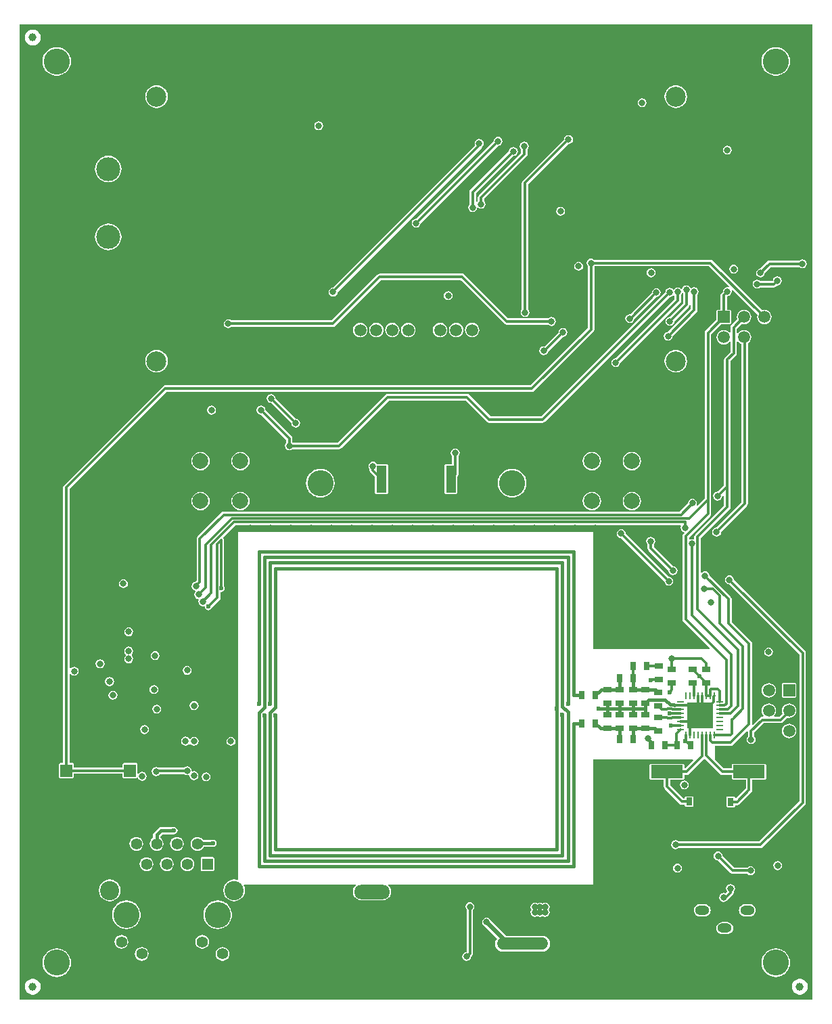
<source format=gtl>
G04 Layer_Physical_Order=1*
G04 Layer_Color=255*
%FSLAX24Y24*%
%MOIN*%
G70*
G01*
G75*
%ADD10R,0.0394X0.0315*%
%ADD11R,0.0315X0.0394*%
%ADD12C,0.0394*%
%ADD13R,0.0512X0.1339*%
%ADD14R,0.0610X0.0610*%
%ADD15R,0.1280X0.1280*%
%ADD16R,0.0331X0.0102*%
%ADD17R,0.0102X0.0331*%
%ADD18R,0.1575X0.0650*%
%ADD19C,0.0118*%
%ADD20C,0.0157*%
%ADD21C,0.0150*%
%ADD22C,0.0591*%
%ADD23C,0.0236*%
%ADD24C,0.1280*%
%ADD25O,0.1575X0.0709*%
%ADD26O,0.1772X0.0709*%
%ADD27C,0.1181*%
%ADD28C,0.0591*%
%ADD29C,0.0984*%
%ADD30C,0.0787*%
%ADD31R,0.0554X0.0554*%
%ADD32C,0.0554*%
%ADD33C,0.0945*%
%ADD34C,0.0550*%
%ADD35O,0.0709X0.0472*%
%ADD36R,0.0591X0.0591*%
%ADD37R,0.0591X0.0591*%
%ADD38C,0.0315*%
%ADD39C,0.0236*%
G36*
X-151Y151D02*
X-39219D01*
Y48175D01*
X-151D01*
Y151D01*
D02*
G37*
%LPC*%
G36*
X-31050Y13102D02*
X-31135Y13086D01*
X-31206Y13038D01*
X-31254Y12966D01*
X-31271Y12882D01*
X-31254Y12797D01*
X-31206Y12726D01*
X-31135Y12678D01*
X-31050Y12661D01*
X-30966Y12678D01*
X-30894Y12726D01*
X-30873Y12756D01*
X-30813D01*
X-30786Y12716D01*
X-30715Y12668D01*
X-30630Y12651D01*
X-30546Y12668D01*
X-30474Y12716D01*
X-30426Y12787D01*
X-30409Y12872D01*
X-30426Y12956D01*
X-30474Y13028D01*
X-30546Y13076D01*
X-30630Y13092D01*
X-30715Y13076D01*
X-30786Y13028D01*
X-30807Y12997D01*
X-30867D01*
X-30894Y13038D01*
X-30966Y13086D01*
X-31050Y13102D01*
D02*
G37*
G36*
X-30970Y11648D02*
X-31055Y11631D01*
X-31120Y11588D01*
X-32412D01*
X-32416Y11590D01*
X-32500Y11607D01*
X-32585Y11590D01*
X-32656Y11542D01*
X-32704Y11471D01*
X-32721Y11386D01*
X-32704Y11302D01*
X-32656Y11230D01*
X-32585Y11182D01*
X-32500Y11166D01*
X-32416Y11182D01*
X-32344Y11230D01*
X-32320Y11266D01*
X-31120D01*
X-31055Y11223D01*
X-30970Y11206D01*
X-30905Y11219D01*
X-30861Y11184D01*
X-30861Y11181D01*
X-30844Y11097D01*
X-30797Y11025D01*
X-30725Y10977D01*
X-30640Y10961D01*
X-30556Y10977D01*
X-30484Y11025D01*
X-30436Y11097D01*
X-30420Y11181D01*
X-30436Y11266D01*
X-30484Y11337D01*
X-30556Y11385D01*
X-30640Y11402D01*
X-30706Y11389D01*
X-30750Y11424D01*
X-30749Y11427D01*
X-30766Y11511D01*
X-30814Y11583D01*
X-30886Y11631D01*
X-30970Y11648D01*
D02*
G37*
G36*
X-30040Y11343D02*
X-30125Y11326D01*
X-30197Y11278D01*
X-30244Y11206D01*
X-30261Y11122D01*
X-30244Y11037D01*
X-30197Y10966D01*
X-30125Y10918D01*
X-30040Y10901D01*
X-29956Y10918D01*
X-29884Y10966D01*
X-29836Y11037D01*
X-29820Y11122D01*
X-29836Y11206D01*
X-29884Y11278D01*
X-29956Y11326D01*
X-30040Y11343D01*
D02*
G37*
G36*
X-33070Y13672D02*
X-33155Y13656D01*
X-33226Y13608D01*
X-33274Y13536D01*
X-33291Y13452D01*
X-33274Y13367D01*
X-33226Y13296D01*
X-33155Y13248D01*
X-33070Y13231D01*
X-32986Y13248D01*
X-32914Y13296D01*
X-32866Y13367D01*
X-32849Y13452D01*
X-32866Y13536D01*
X-32914Y13608D01*
X-32986Y13656D01*
X-33070Y13672D01*
D02*
G37*
G36*
X-1310Y13739D02*
X-1403Y13727D01*
X-1489Y13691D01*
X-1563Y13634D01*
X-1620Y13560D01*
X-1655Y13474D01*
X-1667Y13382D01*
X-1655Y13289D01*
X-1620Y13203D01*
X-1563Y13129D01*
X-1489Y13072D01*
X-1403Y13036D01*
X-1310Y13024D01*
X-1218Y13036D01*
X-1131Y13072D01*
X-1057Y13129D01*
X-1001Y13203D01*
X-965Y13289D01*
X-953Y13382D01*
X-965Y13474D01*
X-1001Y13560D01*
X-1057Y13634D01*
X-1131Y13691D01*
X-1218Y13727D01*
X-1310Y13739D01*
D02*
G37*
G36*
X-28815Y13097D02*
X-28900Y13080D01*
X-28972Y13032D01*
X-29019Y12961D01*
X-29036Y12876D01*
X-29019Y12792D01*
X-28972Y12720D01*
X-28900Y12672D01*
X-28815Y12656D01*
X-28731Y12672D01*
X-28659Y12720D01*
X-28611Y12792D01*
X-28595Y12876D01*
X-28611Y12961D01*
X-28659Y13032D01*
X-28731Y13080D01*
X-28815Y13097D01*
D02*
G37*
G36*
X-30470Y8166D02*
X-30557Y8154D01*
X-30639Y8120D01*
X-30709Y8067D01*
X-30763Y7996D01*
X-30797Y7915D01*
X-30809Y7827D01*
X-30797Y7739D01*
X-30763Y7657D01*
X-30709Y7587D01*
X-30639Y7533D01*
X-30557Y7499D01*
X-30470Y7488D01*
X-30382Y7499D01*
X-30300Y7533D01*
X-30230Y7587D01*
X-30176Y7657D01*
X-30169Y7673D01*
X-29719D01*
X-29700Y7669D01*
X-29631Y7683D01*
X-29572Y7722D01*
X-29533Y7781D01*
X-29519Y7850D01*
X-29533Y7919D01*
X-29572Y7978D01*
X-29631Y8017D01*
X-29700Y8031D01*
X-29719Y8027D01*
X-30199D01*
X-30230Y8067D01*
X-30300Y8120D01*
X-30382Y8154D01*
X-30470Y8166D01*
D02*
G37*
G36*
X-31474D02*
X-31561Y8154D01*
X-31643Y8120D01*
X-31713Y8067D01*
X-31767Y7996D01*
X-31801Y7915D01*
X-31813Y7827D01*
X-31801Y7739D01*
X-31767Y7657D01*
X-31713Y7587D01*
X-31643Y7533D01*
X-31561Y7499D01*
X-31474Y7488D01*
X-31386Y7499D01*
X-31304Y7533D01*
X-31234Y7587D01*
X-31180Y7657D01*
X-31146Y7739D01*
X-31135Y7827D01*
X-31146Y7915D01*
X-31180Y7996D01*
X-31234Y8067D01*
X-31304Y8120D01*
X-31386Y8154D01*
X-31474Y8166D01*
D02*
G37*
G36*
X-33474D02*
X-33561Y8154D01*
X-33643Y8120D01*
X-33713Y8067D01*
X-33767Y7996D01*
X-33801Y7915D01*
X-33813Y7827D01*
X-33801Y7739D01*
X-33767Y7657D01*
X-33713Y7587D01*
X-33643Y7533D01*
X-33561Y7499D01*
X-33474Y7488D01*
X-33386Y7499D01*
X-33304Y7533D01*
X-33234Y7587D01*
X-33180Y7657D01*
X-33146Y7739D01*
X-33135Y7827D01*
X-33146Y7915D01*
X-33180Y7996D01*
X-33234Y8067D01*
X-33304Y8120D01*
X-33386Y8154D01*
X-33474Y8166D01*
D02*
G37*
G36*
X-6475Y10947D02*
X-6560Y10930D01*
X-6632Y10882D01*
X-6679Y10811D01*
X-6696Y10726D01*
X-6679Y10642D01*
X-6632Y10570D01*
X-6560Y10522D01*
X-6475Y10506D01*
X-6391Y10522D01*
X-6319Y10570D01*
X-6271Y10642D01*
X-6255Y10726D01*
X-6271Y10811D01*
X-6319Y10882D01*
X-6391Y10930D01*
X-6475Y10947D01*
D02*
G37*
G36*
X-31620Y8652D02*
X-31639Y8648D01*
X-32270D01*
X-32338Y8635D01*
X-32395Y8597D01*
X-32599Y8393D01*
X-32637Y8336D01*
X-32650Y8268D01*
Y8115D01*
X-32713Y8067D01*
X-32767Y7996D01*
X-32801Y7915D01*
X-32813Y7827D01*
X-32801Y7739D01*
X-32767Y7657D01*
X-32713Y7587D01*
X-32643Y7533D01*
X-32561Y7499D01*
X-32474Y7488D01*
X-32386Y7499D01*
X-32304Y7533D01*
X-32234Y7587D01*
X-32180Y7657D01*
X-32146Y7739D01*
X-32134Y7827D01*
X-32146Y7915D01*
X-32180Y7996D01*
X-32234Y8067D01*
X-32297Y8115D01*
Y8195D01*
X-32197Y8295D01*
X-31639D01*
X-31620Y8291D01*
X-31551Y8305D01*
X-31492Y8344D01*
X-31453Y8403D01*
X-31439Y8472D01*
X-31453Y8541D01*
X-31492Y8599D01*
X-31551Y8639D01*
X-31620Y8652D01*
D02*
G37*
G36*
X-4250Y21052D02*
X-4335Y21036D01*
X-4406Y20988D01*
X-4454Y20916D01*
X-4471Y20832D01*
X-4454Y20747D01*
X-4406Y20676D01*
X-4335Y20628D01*
X-4258Y20612D01*
X-801Y17155D01*
Y9928D01*
X-2787Y7942D01*
X-6751D01*
X-6816Y7986D01*
X-6900Y8002D01*
X-6985Y7986D01*
X-7056Y7938D01*
X-7104Y7866D01*
X-7121Y7782D01*
X-7104Y7697D01*
X-7056Y7626D01*
X-6985Y7578D01*
X-6900Y7561D01*
X-6816Y7578D01*
X-6751Y7621D01*
X-2720D01*
X-2720Y7621D01*
X-2659Y7633D01*
X-2607Y7668D01*
X-527Y9748D01*
X-527Y9748D01*
X-492Y9800D01*
X-480Y9862D01*
Y17222D01*
X-480Y17222D01*
X-492Y17283D01*
X-527Y17335D01*
X-4031Y20840D01*
X-4046Y20916D01*
X-4094Y20988D01*
X-4166Y21036D01*
X-4250Y21052D01*
D02*
G37*
G36*
X-32470Y14682D02*
X-32555Y14666D01*
X-32626Y14618D01*
X-32674Y14546D01*
X-32691Y14462D01*
X-32674Y14377D01*
X-32626Y14306D01*
X-32555Y14258D01*
X-32470Y14241D01*
X-32386Y14258D01*
X-32314Y14306D01*
X-32266Y14377D01*
X-32249Y14462D01*
X-32266Y14546D01*
X-32314Y14618D01*
X-32386Y14666D01*
X-32470Y14682D01*
D02*
G37*
G36*
X-33855Y17535D02*
X-33940Y17518D01*
X-34011Y17470D01*
X-34059Y17398D01*
X-34076Y17314D01*
X-34059Y17229D01*
X-34011Y17158D01*
X-34000Y17150D01*
Y17100D01*
X-34011Y17093D01*
X-34059Y17021D01*
X-34076Y16937D01*
X-34059Y16852D01*
X-34011Y16781D01*
X-33940Y16733D01*
X-33855Y16716D01*
X-33771Y16733D01*
X-33699Y16781D01*
X-33651Y16852D01*
X-33634Y16937D01*
X-33651Y17021D01*
X-33699Y17093D01*
X-33710Y17100D01*
Y17150D01*
X-33699Y17158D01*
X-33651Y17229D01*
X-33634Y17314D01*
X-33651Y17398D01*
X-33699Y17470D01*
X-33771Y17518D01*
X-33855Y17535D01*
D02*
G37*
G36*
X-35263Y16910D02*
X-35347Y16893D01*
X-35419Y16845D01*
X-35467Y16773D01*
X-35484Y16689D01*
X-35467Y16604D01*
X-35419Y16533D01*
X-35347Y16485D01*
X-35263Y16468D01*
X-35178Y16485D01*
X-35107Y16533D01*
X-35059Y16604D01*
X-35042Y16689D01*
X-35059Y16773D01*
X-35107Y16845D01*
X-35178Y16893D01*
X-35263Y16910D01*
D02*
G37*
G36*
X-30971Y16591D02*
X-31056Y16574D01*
X-31128Y16526D01*
X-31175Y16455D01*
X-31192Y16370D01*
X-31175Y16286D01*
X-31128Y16214D01*
X-31056Y16166D01*
X-30971Y16150D01*
X-30887Y16166D01*
X-30815Y16214D01*
X-30767Y16286D01*
X-30751Y16370D01*
X-30767Y16455D01*
X-30815Y16526D01*
X-30887Y16574D01*
X-30971Y16591D01*
D02*
G37*
G36*
X-33855Y18487D02*
X-33940Y18471D01*
X-34011Y18423D01*
X-34059Y18351D01*
X-34076Y18267D01*
X-34059Y18182D01*
X-34011Y18111D01*
X-33940Y18063D01*
X-33855Y18046D01*
X-33771Y18063D01*
X-33699Y18111D01*
X-33651Y18182D01*
X-33634Y18267D01*
X-33651Y18351D01*
X-33699Y18423D01*
X-33771Y18471D01*
X-33855Y18487D01*
D02*
G37*
G36*
X-2323Y17495D02*
X-2407Y17478D01*
X-2479Y17430D01*
X-2527Y17359D01*
X-2544Y17274D01*
X-2527Y17190D01*
X-2479Y17118D01*
X-2407Y17070D01*
X-2323Y17054D01*
X-2238Y17070D01*
X-2167Y17118D01*
X-2119Y17190D01*
X-2102Y17274D01*
X-2119Y17359D01*
X-2167Y17430D01*
X-2238Y17478D01*
X-2323Y17495D01*
D02*
G37*
G36*
X-32555Y17318D02*
X-32639Y17301D01*
X-32711Y17253D01*
X-32759Y17181D01*
X-32776Y17097D01*
X-32759Y17012D01*
X-32711Y16941D01*
X-32639Y16893D01*
X-32555Y16876D01*
X-32470Y16893D01*
X-32399Y16941D01*
X-32351Y17012D01*
X-32334Y17097D01*
X-32351Y17181D01*
X-32399Y17253D01*
X-32470Y17301D01*
X-32555Y17318D01*
D02*
G37*
G36*
X-1015Y15741D02*
X-1605D01*
X-1651Y15722D01*
X-1669Y15677D01*
Y15086D01*
X-1651Y15041D01*
X-1605Y15022D01*
X-1015D01*
X-970Y15041D01*
X-951Y15086D01*
Y15677D01*
X-970Y15722D01*
X-1015Y15741D01*
D02*
G37*
G36*
X-34630Y15362D02*
X-34715Y15346D01*
X-34786Y15298D01*
X-34834Y15226D01*
X-34851Y15142D01*
X-34834Y15057D01*
X-34786Y14986D01*
X-34715Y14938D01*
X-34630Y14921D01*
X-34546Y14938D01*
X-34474Y14986D01*
X-34426Y15057D01*
X-34409Y15142D01*
X-34426Y15226D01*
X-34474Y15298D01*
X-34546Y15346D01*
X-34630Y15362D01*
D02*
G37*
G36*
X-30630Y14852D02*
X-30715Y14836D01*
X-30786Y14788D01*
X-30834Y14716D01*
X-30851Y14632D01*
X-30834Y14547D01*
X-30786Y14476D01*
X-30715Y14428D01*
X-30630Y14411D01*
X-30546Y14428D01*
X-30474Y14476D01*
X-30426Y14547D01*
X-30409Y14632D01*
X-30426Y14716D01*
X-30474Y14788D01*
X-30546Y14836D01*
X-30630Y14852D01*
D02*
G37*
G36*
X-34795Y16037D02*
X-34880Y16020D01*
X-34952Y15972D01*
X-34999Y15901D01*
X-35016Y15816D01*
X-34999Y15732D01*
X-34952Y15660D01*
X-34880Y15612D01*
X-34795Y15596D01*
X-34711Y15612D01*
X-34639Y15660D01*
X-34591Y15732D01*
X-34575Y15816D01*
X-34591Y15901D01*
X-34639Y15972D01*
X-34711Y16020D01*
X-34795Y16037D01*
D02*
G37*
G36*
X-32610Y15642D02*
X-32695Y15626D01*
X-32766Y15578D01*
X-32814Y15506D01*
X-32831Y15422D01*
X-32814Y15337D01*
X-32766Y15266D01*
X-32695Y15218D01*
X-32610Y15201D01*
X-32526Y15218D01*
X-32454Y15266D01*
X-32406Y15337D01*
X-32389Y15422D01*
X-32406Y15506D01*
X-32454Y15578D01*
X-32526Y15626D01*
X-32610Y15642D01*
D02*
G37*
G36*
X-2310Y15739D02*
X-2403Y15727D01*
X-2489Y15691D01*
X-2563Y15634D01*
X-2620Y15560D01*
X-2655Y15474D01*
X-2667Y15382D01*
X-2655Y15289D01*
X-2620Y15203D01*
X-2563Y15129D01*
X-2489Y15072D01*
X-2403Y15036D01*
X-2310Y15024D01*
X-2218Y15036D01*
X-2131Y15072D01*
X-2057Y15129D01*
X-2001Y15203D01*
X-1965Y15289D01*
X-1953Y15382D01*
X-1965Y15474D01*
X-2001Y15560D01*
X-2057Y15634D01*
X-2131Y15691D01*
X-2218Y15727D01*
X-2310Y15739D01*
D02*
G37*
G36*
X-37402Y2675D02*
X-37405Y2674D01*
X-37408Y2675D01*
X-37533Y2663D01*
X-37539Y2660D01*
X-37546Y2660D01*
X-37666Y2624D01*
X-37671Y2619D01*
X-37678Y2619D01*
X-37789Y2559D01*
X-37793Y2554D01*
X-37799Y2552D01*
X-37897Y2472D01*
X-37900Y2467D01*
X-37906Y2464D01*
X-37985Y2366D01*
X-37987Y2360D01*
X-37992Y2356D01*
X-38052Y2245D01*
X-38053Y2238D01*
X-38057Y2233D01*
X-38093Y2112D01*
X-38093Y2106D01*
X-38096Y2100D01*
X-38108Y1975D01*
X-38106Y1969D01*
X-38108Y1962D01*
X-38096Y1837D01*
X-38093Y1831D01*
X-38093Y1825D01*
X-38057Y1704D01*
X-38053Y1699D01*
X-38052Y1692D01*
X-37992Y1581D01*
X-37987Y1577D01*
X-37985Y1571D01*
X-37906Y1473D01*
X-37900Y1470D01*
X-37897Y1465D01*
X-37799Y1385D01*
X-37793Y1383D01*
X-37789Y1378D01*
X-37678Y1318D01*
X-37671Y1318D01*
X-37666Y1313D01*
X-37546Y1277D01*
X-37539Y1277D01*
X-37533Y1274D01*
X-37408Y1262D01*
X-37405Y1263D01*
X-37402Y1262D01*
X-37399Y1263D01*
X-37395Y1262D01*
X-37270Y1274D01*
X-37264Y1277D01*
X-37258Y1277D01*
X-37137Y1313D01*
X-37132Y1318D01*
X-37125Y1318D01*
X-37014Y1378D01*
X-37010Y1383D01*
X-37004Y1385D01*
X-36906Y1465D01*
X-36903Y1470D01*
X-36898Y1473D01*
X-36818Y1571D01*
X-36816Y1577D01*
X-36811Y1581D01*
X-36751Y1692D01*
X-36751Y1699D01*
X-36746Y1704D01*
X-36710Y1825D01*
X-36711Y1831D01*
X-36707Y1837D01*
X-36695Y1962D01*
X-36697Y1969D01*
X-36695Y1975D01*
X-36707Y2100D01*
X-36711Y2106D01*
X-36710Y2112D01*
X-36746Y2233D01*
X-36751Y2238D01*
X-36751Y2245D01*
X-36811Y2356D01*
X-36816Y2360D01*
X-36818Y2366D01*
X-36898Y2464D01*
X-36903Y2467D01*
X-36906Y2472D01*
X-37004Y2552D01*
X-37010Y2554D01*
X-37014Y2559D01*
X-37125Y2619D01*
X-37132Y2619D01*
X-37137Y2624D01*
X-37258Y2660D01*
X-37264Y2660D01*
X-37270Y2663D01*
X-37395Y2675D01*
X-37399Y2674D01*
X-37402Y2675D01*
D02*
G37*
G36*
X-30231Y3337D02*
X-30319Y3326D01*
X-30400Y3292D01*
X-30470Y3238D01*
X-30523Y3169D01*
X-30557Y3087D01*
X-30569Y3000D01*
X-30557Y2913D01*
X-30523Y2831D01*
X-30470Y2762D01*
X-30400Y2708D01*
X-30319Y2674D01*
X-30231Y2663D01*
X-30144Y2674D01*
X-30063Y2708D01*
X-29993Y2762D01*
X-29940Y2831D01*
X-29906Y2913D01*
X-29894Y3000D01*
X-29906Y3087D01*
X-29940Y3169D01*
X-29993Y3238D01*
X-30063Y3292D01*
X-30144Y3326D01*
X-30231Y3337D01*
D02*
G37*
G36*
X-34212D02*
X-34299Y3326D01*
X-34380Y3292D01*
X-34450Y3238D01*
X-34504Y3169D01*
X-34537Y3087D01*
X-34549Y3000D01*
X-34537Y2913D01*
X-34504Y2831D01*
X-34450Y2762D01*
X-34380Y2708D01*
X-34299Y2674D01*
X-34212Y2663D01*
X-34125Y2674D01*
X-34043Y2708D01*
X-33973Y2762D01*
X-33920Y2831D01*
X-33886Y2913D01*
X-33875Y3000D01*
X-33886Y3087D01*
X-33920Y3169D01*
X-33973Y3238D01*
X-34043Y3292D01*
X-34125Y3326D01*
X-34212Y3337D01*
D02*
G37*
G36*
X-5467Y4849D02*
X-5704D01*
X-5781Y4839D01*
X-5853Y4810D01*
X-5914Y4762D01*
X-5962Y4701D01*
X-5991Y4629D01*
X-6002Y4552D01*
X-5991Y4475D01*
X-5962Y4403D01*
X-5914Y4341D01*
X-5853Y4294D01*
X-5781Y4264D01*
X-5704Y4254D01*
X-5467D01*
X-5390Y4264D01*
X-5319Y4294D01*
X-5257Y4341D01*
X-5210Y4403D01*
X-5180Y4475D01*
X-5170Y4552D01*
X-5180Y4629D01*
X-5210Y4701D01*
X-5257Y4762D01*
X-5319Y4810D01*
X-5390Y4839D01*
X-5467Y4849D01*
D02*
G37*
G36*
X-4365Y3972D02*
X-4601D01*
X-4678Y3962D01*
X-4750Y3932D01*
X-4812Y3885D01*
X-4859Y3823D01*
X-4889Y3751D01*
X-4899Y3674D01*
X-4889Y3597D01*
X-4859Y3525D01*
X-4812Y3464D01*
X-4750Y3416D01*
X-4678Y3387D01*
X-4601Y3377D01*
X-4365D01*
X-4288Y3387D01*
X-4216Y3416D01*
X-4155Y3464D01*
X-4107Y3525D01*
X-4077Y3597D01*
X-4067Y3674D01*
X-4077Y3751D01*
X-4107Y3823D01*
X-4155Y3885D01*
X-4216Y3932D01*
X-4288Y3962D01*
X-4365Y3972D01*
D02*
G37*
G36*
X-1969Y2675D02*
X-1972Y2674D01*
X-1975Y2675D01*
X-2100Y2663D01*
X-2106Y2660D01*
X-2112Y2660D01*
X-2233Y2624D01*
X-2238Y2619D01*
X-2245Y2619D01*
X-2356Y2559D01*
X-2360Y2554D01*
X-2366Y2552D01*
X-2464Y2472D01*
X-2467Y2467D01*
X-2472Y2464D01*
X-2552Y2366D01*
X-2554Y2360D01*
X-2559Y2356D01*
X-2619Y2245D01*
X-2619Y2238D01*
X-2624Y2233D01*
X-2660Y2112D01*
X-2660Y2106D01*
X-2663Y2100D01*
X-2675Y1975D01*
X-2673Y1969D01*
X-2675Y1962D01*
X-2663Y1837D01*
X-2660Y1831D01*
X-2660Y1825D01*
X-2624Y1704D01*
X-2619Y1699D01*
X-2619Y1692D01*
X-2559Y1581D01*
X-2554Y1577D01*
X-2552Y1571D01*
X-2472Y1473D01*
X-2467Y1470D01*
X-2464Y1465D01*
X-2366Y1385D01*
X-2360Y1383D01*
X-2356Y1378D01*
X-2245Y1318D01*
X-2238Y1318D01*
X-2233Y1313D01*
X-2112Y1277D01*
X-2106Y1277D01*
X-2100Y1274D01*
X-1975Y1262D01*
X-1972Y1263D01*
X-1969Y1262D01*
X-1965Y1263D01*
X-1962Y1262D01*
X-1837Y1274D01*
X-1831Y1277D01*
X-1825Y1277D01*
X-1704Y1313D01*
X-1699Y1318D01*
X-1692Y1318D01*
X-1581Y1378D01*
X-1577Y1383D01*
X-1571Y1385D01*
X-1473Y1465D01*
X-1470Y1470D01*
X-1465Y1473D01*
X-1385Y1571D01*
X-1383Y1577D01*
X-1378Y1581D01*
X-1318Y1692D01*
X-1318Y1699D01*
X-1313Y1704D01*
X-1277Y1825D01*
X-1277Y1831D01*
X-1274Y1837D01*
X-1262Y1962D01*
X-1264Y1969D01*
X-1262Y1975D01*
X-1274Y2100D01*
X-1277Y2106D01*
X-1277Y2112D01*
X-1313Y2233D01*
X-1318Y2238D01*
X-1318Y2245D01*
X-1378Y2356D01*
X-1383Y2360D01*
X-1385Y2366D01*
X-1465Y2464D01*
X-1470Y2467D01*
X-1473Y2472D01*
X-1571Y2552D01*
X-1577Y2554D01*
X-1581Y2559D01*
X-1692Y2619D01*
X-1699Y2619D01*
X-1704Y2624D01*
X-1825Y2660D01*
X-1831Y2660D01*
X-1837Y2663D01*
X-1962Y2675D01*
X-1965Y2674D01*
X-1969Y2675D01*
D02*
G37*
G36*
X-17040Y4952D02*
X-17125Y4936D01*
X-17196Y4888D01*
X-17244Y4816D01*
X-17261Y4732D01*
X-17244Y4647D01*
X-17201Y4582D01*
Y2498D01*
X-17208Y2491D01*
X-17285Y2476D01*
X-17356Y2428D01*
X-17404Y2356D01*
X-17421Y2272D01*
X-17404Y2187D01*
X-17356Y2116D01*
X-17285Y2068D01*
X-17200Y2051D01*
X-17116Y2068D01*
X-17044Y2116D01*
X-16996Y2187D01*
X-16981Y2264D01*
X-16927Y2318D01*
X-16927Y2318D01*
X-16892Y2370D01*
X-16880Y2432D01*
Y4582D01*
X-16836Y4647D01*
X-16819Y4732D01*
X-16836Y4816D01*
X-16884Y4888D01*
X-16956Y4936D01*
X-17040Y4952D01*
D02*
G37*
G36*
X-749Y1177D02*
X-787Y1177D01*
Y1177D01*
X-787Y1177D01*
X-787Y1177D01*
X-826Y1177D01*
X-834Y1176D01*
X-901Y1162D01*
X-972Y1133D01*
X-1036Y1090D01*
X-1090Y1036D01*
X-1133Y972D01*
X-1162Y901D01*
X-1177Y826D01*
X-1177Y787D01*
X-1177Y787D01*
Y749D01*
X-1162Y674D01*
X-1133Y603D01*
X-1090Y539D01*
X-1036Y484D01*
X-972Y442D01*
X-901Y412D01*
X-826Y397D01*
X-787Y397D01*
X-749Y397D01*
X-674Y412D01*
X-603Y442D01*
X-539Y484D01*
X-484Y539D01*
X-442Y603D01*
X-412Y674D01*
X-400Y738D01*
X-397Y749D01*
X-397Y787D01*
X-397Y826D01*
X-400Y837D01*
X-412Y901D01*
X-442Y972D01*
X-484Y1036D01*
X-539Y1090D01*
X-603Y1133D01*
X-674Y1162D01*
X-740Y1176D01*
X-749Y1177D01*
D02*
G37*
G36*
X-38544Y1177D02*
X-38583Y1177D01*
X-38583Y1177D01*
X-38621D01*
X-38696Y1162D01*
X-38767Y1133D01*
X-38831Y1090D01*
X-38886Y1036D01*
X-38928Y972D01*
X-38958Y901D01*
X-38973Y826D01*
X-38973Y787D01*
X-38973Y749D01*
X-38958Y674D01*
X-38928Y603D01*
X-38886Y539D01*
X-38831Y484D01*
X-38767Y442D01*
X-38696Y412D01*
X-38632Y400D01*
X-38621Y397D01*
X-38583Y397D01*
X-38544Y397D01*
X-38534Y400D01*
X-38469Y412D01*
X-38398Y442D01*
X-38334Y484D01*
X-38280Y539D01*
X-38237Y603D01*
X-38208Y674D01*
X-38194Y740D01*
X-38193Y749D01*
X-38193Y787D01*
X-38193Y787D01*
X-38193Y787D01*
X-38193Y826D01*
X-38194Y834D01*
X-38208Y901D01*
X-38237Y972D01*
X-38280Y1036D01*
X-38334Y1090D01*
X-38398Y1133D01*
X-38469Y1162D01*
X-38544Y1177D01*
D02*
G37*
G36*
X-16217Y4196D02*
X-16301Y4179D01*
X-16373Y4131D01*
X-16421Y4059D01*
X-16438Y3975D01*
X-16421Y3890D01*
X-16373Y3819D01*
X-15711Y3156D01*
X-15754Y3100D01*
X-15794Y3004D01*
X-15807Y2902D01*
X-15794Y2799D01*
X-15754Y2703D01*
X-15691Y2621D01*
X-15609Y2558D01*
X-15513Y2518D01*
X-15410Y2505D01*
X-13480D01*
X-13377Y2518D01*
X-13282Y2558D01*
X-13199Y2621D01*
X-13136Y2703D01*
X-13097Y2799D01*
X-13083Y2902D01*
X-13097Y3004D01*
X-13136Y3100D01*
X-13199Y3182D01*
X-13282Y3246D01*
X-13377Y3285D01*
X-13480Y3299D01*
X-15263D01*
X-15266Y3312D01*
X-15314Y3384D01*
X-16061Y4131D01*
X-16132Y4179D01*
X-16217Y4196D01*
D02*
G37*
G36*
X-29231Y2739D02*
X-29319Y2727D01*
X-29400Y2694D01*
X-29470Y2640D01*
X-29523Y2570D01*
X-29557Y2489D01*
X-29569Y2402D01*
X-29557Y2314D01*
X-29523Y2233D01*
X-29470Y2163D01*
X-29400Y2110D01*
X-29319Y2076D01*
X-29231Y2064D01*
X-29144Y2076D01*
X-29063Y2110D01*
X-28993Y2163D01*
X-28940Y2233D01*
X-28906Y2314D01*
X-28894Y2402D01*
X-28906Y2489D01*
X-28940Y2570D01*
X-28993Y2640D01*
X-29063Y2694D01*
X-29144Y2727D01*
X-29231Y2739D01*
D02*
G37*
G36*
X-33212D02*
X-33299Y2727D01*
X-33380Y2694D01*
X-33450Y2640D01*
X-33504Y2570D01*
X-33537Y2489D01*
X-33549Y2402D01*
X-33537Y2314D01*
X-33504Y2233D01*
X-33450Y2163D01*
X-33380Y2110D01*
X-33299Y2076D01*
X-33212Y2064D01*
X-33125Y2076D01*
X-33043Y2110D01*
X-32973Y2163D01*
X-32920Y2233D01*
X-32886Y2314D01*
X-32875Y2402D01*
X-32886Y2489D01*
X-32920Y2570D01*
X-32973Y2640D01*
X-33043Y2694D01*
X-33125Y2727D01*
X-33212Y2739D01*
D02*
G37*
G36*
X-3252Y4849D02*
X-3488D01*
X-3565Y4839D01*
X-3637Y4810D01*
X-3699Y4762D01*
X-3746Y4701D01*
X-3776Y4629D01*
X-3786Y4552D01*
X-3776Y4475D01*
X-3746Y4403D01*
X-3699Y4341D01*
X-3637Y4294D01*
X-3565Y4264D01*
X-3488Y4254D01*
X-3252D01*
X-3175Y4264D01*
X-3103Y4294D01*
X-3041Y4341D01*
X-2994Y4403D01*
X-2964Y4475D01*
X-2954Y4552D01*
X-2964Y4629D01*
X-2994Y4701D01*
X-3041Y4762D01*
X-3103Y4810D01*
X-3175Y4839D01*
X-3252Y4849D01*
D02*
G37*
G36*
X-32974Y7166D02*
X-33061Y7154D01*
X-33143Y7120D01*
X-33213Y7067D01*
X-33267Y6996D01*
X-33301Y6915D01*
X-33313Y6827D01*
X-33301Y6739D01*
X-33267Y6657D01*
X-33213Y6587D01*
X-33143Y6533D01*
X-33061Y6499D01*
X-32974Y6488D01*
X-32886Y6499D01*
X-32804Y6533D01*
X-32734Y6587D01*
X-32680Y6657D01*
X-32646Y6739D01*
X-32634Y6827D01*
X-32646Y6915D01*
X-32680Y6996D01*
X-32734Y7067D01*
X-32804Y7120D01*
X-32886Y7154D01*
X-32974Y7166D01*
D02*
G37*
G36*
X-29693Y7168D02*
X-30247D01*
X-30292Y7149D01*
X-30311Y7104D01*
Y6550D01*
X-30292Y6504D01*
X-30247Y6486D01*
X-29693D01*
X-29647Y6504D01*
X-29629Y6550D01*
Y7104D01*
X-29647Y7149D01*
X-29693Y7168D01*
D02*
G37*
G36*
X-6809Y6852D02*
X-6894Y6835D01*
X-6966Y6787D01*
X-7013Y6716D01*
X-7030Y6631D01*
X-7013Y6547D01*
X-6966Y6475D01*
X-6894Y6427D01*
X-6809Y6410D01*
X-6725Y6427D01*
X-6653Y6475D01*
X-6605Y6547D01*
X-6589Y6631D01*
X-6605Y6716D01*
X-6653Y6787D01*
X-6725Y6835D01*
X-6809Y6852D01*
D02*
G37*
G36*
X-1870Y6972D02*
X-1955Y6956D01*
X-2026Y6908D01*
X-2074Y6836D01*
X-2091Y6752D01*
X-2074Y6667D01*
X-2026Y6596D01*
X-1955Y6548D01*
X-1870Y6531D01*
X-1786Y6548D01*
X-1714Y6596D01*
X-1666Y6667D01*
X-1649Y6752D01*
X-1666Y6836D01*
X-1714Y6908D01*
X-1786Y6956D01*
X-1870Y6972D01*
D02*
G37*
G36*
X-30970Y7166D02*
X-31057Y7154D01*
X-31139Y7120D01*
X-31209Y7067D01*
X-31263Y6996D01*
X-31297Y6915D01*
X-31309Y6827D01*
X-31297Y6739D01*
X-31263Y6657D01*
X-31209Y6587D01*
X-31139Y6533D01*
X-31057Y6499D01*
X-30970Y6488D01*
X-30882Y6499D01*
X-30800Y6533D01*
X-30730Y6587D01*
X-30676Y6657D01*
X-30642Y6739D01*
X-30631Y6827D01*
X-30642Y6915D01*
X-30676Y6996D01*
X-30730Y7067D01*
X-30800Y7120D01*
X-30882Y7154D01*
X-30970Y7166D01*
D02*
G37*
G36*
X-31974D02*
X-32061Y7154D01*
X-32143Y7120D01*
X-32213Y7067D01*
X-32267Y6996D01*
X-32301Y6915D01*
X-32313Y6827D01*
X-32301Y6739D01*
X-32267Y6657D01*
X-32213Y6587D01*
X-32143Y6533D01*
X-32061Y6499D01*
X-31974Y6488D01*
X-31886Y6499D01*
X-31804Y6533D01*
X-31734Y6587D01*
X-31680Y6657D01*
X-31646Y6739D01*
X-31635Y6827D01*
X-31646Y6915D01*
X-31680Y6996D01*
X-31734Y7067D01*
X-31804Y7120D01*
X-31886Y7154D01*
X-31974Y7166D01*
D02*
G37*
G36*
X-33972Y5037D02*
X-33975Y5036D01*
X-33978Y5037D01*
X-34103Y5025D01*
X-34109Y5022D01*
X-34116Y5022D01*
X-34236Y4986D01*
X-34241Y4982D01*
X-34248Y4981D01*
X-34359Y4922D01*
X-34363Y4917D01*
X-34369Y4915D01*
X-34467Y4835D01*
X-34470Y4829D01*
X-34476Y4826D01*
X-34556Y4728D01*
X-34557Y4722D01*
X-34563Y4718D01*
X-34622Y4607D01*
X-34623Y4600D01*
X-34627Y4595D01*
X-34663Y4475D01*
X-34663Y4468D01*
X-34666Y4462D01*
X-34678Y4337D01*
X-34676Y4331D01*
X-34678Y4324D01*
X-34666Y4199D01*
X-34663Y4193D01*
X-34663Y4187D01*
X-34627Y4066D01*
X-34623Y4061D01*
X-34622Y4055D01*
X-34563Y3943D01*
X-34557Y3939D01*
X-34556Y3933D01*
X-34476Y3836D01*
X-34470Y3832D01*
X-34467Y3827D01*
X-34369Y3747D01*
X-34363Y3745D01*
X-34359Y3740D01*
X-34248Y3680D01*
X-34241Y3680D01*
X-34236Y3676D01*
X-34116Y3639D01*
X-34109Y3640D01*
X-34103Y3637D01*
X-33978Y3624D01*
X-33975Y3625D01*
X-33972Y3624D01*
X-33969Y3625D01*
X-33965Y3624D01*
X-33840Y3637D01*
X-33834Y3640D01*
X-33828Y3639D01*
X-33707Y3676D01*
X-33702Y3680D01*
X-33696Y3680D01*
X-33584Y3740D01*
X-33580Y3745D01*
X-33574Y3747D01*
X-33477Y3827D01*
X-33473Y3832D01*
X-33468Y3836D01*
X-33388Y3933D01*
X-33386Y3939D01*
X-33381Y3943D01*
X-33321Y4055D01*
X-33321Y4061D01*
X-33317Y4066D01*
X-33280Y4187D01*
X-33281Y4193D01*
X-33278Y4199D01*
X-33265Y4324D01*
X-33267Y4331D01*
X-33265Y4337D01*
X-33278Y4462D01*
X-33281Y4468D01*
X-33280Y4475D01*
X-33317Y4595D01*
X-33321Y4600D01*
X-33321Y4607D01*
X-33381Y4718D01*
X-33386Y4722D01*
X-33388Y4728D01*
X-33468Y4826D01*
X-33473Y4829D01*
X-33477Y4835D01*
X-33574Y4915D01*
X-33580Y4917D01*
X-33584Y4922D01*
X-33696Y4981D01*
X-33702Y4982D01*
X-33707Y4986D01*
X-33828Y5022D01*
X-33834Y5022D01*
X-33840Y5025D01*
X-33965Y5037D01*
X-33969Y5036D01*
X-33972Y5037D01*
D02*
G37*
G36*
X-34783Y6068D02*
X-34921Y6049D01*
X-35051Y5996D01*
X-35162Y5911D01*
X-35247Y5800D01*
X-35300Y5670D01*
X-35319Y5531D01*
X-35300Y5393D01*
X-35247Y5263D01*
X-35162Y5152D01*
X-35051Y5067D01*
X-34921Y5014D01*
X-34783Y4995D01*
X-34644Y5014D01*
X-34515Y5067D01*
X-34404Y5152D01*
X-34318Y5263D01*
X-34265Y5393D01*
X-34247Y5531D01*
X-34265Y5670D01*
X-34318Y5800D01*
X-34404Y5911D01*
X-34515Y5996D01*
X-34644Y6049D01*
X-34783Y6068D01*
D02*
G37*
G36*
X-13330Y4922D02*
X-13415Y4906D01*
X-13455Y4879D01*
X-13496Y4906D01*
X-13580Y4922D01*
X-13665Y4906D01*
X-13705Y4879D01*
X-13746Y4906D01*
X-13830Y4922D01*
X-13915Y4906D01*
X-13986Y4858D01*
X-14034Y4786D01*
X-14051Y4702D01*
X-14034Y4617D01*
X-14007Y4577D01*
X-14034Y4536D01*
X-14051Y4452D01*
X-14034Y4367D01*
X-13986Y4296D01*
X-13915Y4248D01*
X-13830Y4231D01*
X-13746Y4248D01*
X-13705Y4275D01*
X-13665Y4248D01*
X-13580Y4231D01*
X-13496Y4248D01*
X-13455Y4275D01*
X-13415Y4248D01*
X-13330Y4231D01*
X-13246Y4248D01*
X-13174Y4296D01*
X-13126Y4367D01*
X-13109Y4452D01*
X-13126Y4536D01*
X-13153Y4577D01*
X-13126Y4617D01*
X-13109Y4702D01*
X-13126Y4786D01*
X-13174Y4858D01*
X-13246Y4906D01*
X-13330Y4922D01*
D02*
G37*
G36*
X-4810Y7452D02*
X-4895Y7436D01*
X-4966Y7388D01*
X-5014Y7316D01*
X-5031Y7232D01*
X-5014Y7147D01*
X-4966Y7076D01*
X-4895Y7028D01*
X-4818Y7012D01*
X-4194Y6388D01*
X-4142Y6353D01*
X-4080Y6341D01*
X-4080Y6341D01*
X-3360D01*
X-3295Y6298D01*
X-3210Y6281D01*
X-3126Y6298D01*
X-3054Y6346D01*
X-3006Y6417D01*
X-2989Y6502D01*
X-3006Y6586D01*
X-3054Y6658D01*
X-3126Y6706D01*
X-3210Y6722D01*
X-3295Y6706D01*
X-3360Y6662D01*
X-4014D01*
X-4591Y7240D01*
X-4606Y7316D01*
X-4654Y7388D01*
X-4726Y7436D01*
X-4810Y7452D01*
D02*
G37*
G36*
X-4200Y5842D02*
X-4285Y5826D01*
X-4356Y5778D01*
X-4404Y5706D01*
X-4421Y5622D01*
X-4404Y5537D01*
X-4363Y5476D01*
X-4454Y5385D01*
X-4456Y5386D01*
X-4540Y5402D01*
X-4625Y5386D01*
X-4696Y5338D01*
X-4744Y5266D01*
X-4761Y5182D01*
X-4744Y5097D01*
X-4696Y5026D01*
X-4625Y4978D01*
X-4540Y4961D01*
X-4456Y4978D01*
X-4384Y5026D01*
X-4380Y5031D01*
X-4369Y5033D01*
X-4317Y5068D01*
X-4087Y5298D01*
X-4052Y5350D01*
X-4040Y5412D01*
Y5472D01*
X-3996Y5537D01*
X-3979Y5622D01*
X-3996Y5706D01*
X-4044Y5778D01*
X-4116Y5826D01*
X-4200Y5842D01*
D02*
G37*
G36*
X-29472Y5037D02*
X-29475Y5036D01*
X-29478Y5037D01*
X-29603Y5025D01*
X-29609Y5022D01*
X-29616Y5022D01*
X-29736Y4986D01*
X-29741Y4982D01*
X-29748Y4981D01*
X-29859Y4922D01*
X-29863Y4917D01*
X-29869Y4915D01*
X-29967Y4835D01*
X-29970Y4829D01*
X-29976Y4826D01*
X-30056Y4728D01*
X-30057Y4722D01*
X-30063Y4718D01*
X-30122Y4607D01*
X-30123Y4600D01*
X-30127Y4595D01*
X-30163Y4475D01*
X-30163Y4468D01*
X-30166Y4462D01*
X-30178Y4337D01*
X-30176Y4331D01*
X-30178Y4324D01*
X-30166Y4199D01*
X-30163Y4193D01*
X-30163Y4187D01*
X-30127Y4066D01*
X-30123Y4061D01*
X-30122Y4055D01*
X-30063Y3943D01*
X-30057Y3939D01*
X-30056Y3933D01*
X-29976Y3836D01*
X-29970Y3832D01*
X-29967Y3827D01*
X-29869Y3747D01*
X-29863Y3745D01*
X-29859Y3740D01*
X-29748Y3680D01*
X-29741Y3680D01*
X-29736Y3676D01*
X-29616Y3639D01*
X-29609Y3640D01*
X-29603Y3637D01*
X-29478Y3624D01*
X-29475Y3625D01*
X-29472Y3624D01*
X-29469Y3625D01*
X-29465Y3624D01*
X-29340Y3637D01*
X-29334Y3640D01*
X-29328Y3639D01*
X-29207Y3676D01*
X-29202Y3680D01*
X-29196Y3680D01*
X-29084Y3740D01*
X-29080Y3745D01*
X-29074Y3747D01*
X-28977Y3827D01*
X-28973Y3832D01*
X-28968Y3836D01*
X-28888Y3933D01*
X-28886Y3939D01*
X-28881Y3943D01*
X-28821Y4055D01*
X-28821Y4061D01*
X-28817Y4066D01*
X-28780Y4187D01*
X-28781Y4193D01*
X-28778Y4199D01*
X-28765Y4324D01*
X-28767Y4331D01*
X-28765Y4337D01*
X-28778Y4462D01*
X-28781Y4468D01*
X-28780Y4475D01*
X-28817Y4595D01*
X-28821Y4600D01*
X-28821Y4607D01*
X-28881Y4718D01*
X-28886Y4722D01*
X-28888Y4728D01*
X-28968Y4826D01*
X-28973Y4829D01*
X-28977Y4835D01*
X-29074Y4915D01*
X-29080Y4917D01*
X-29084Y4922D01*
X-29196Y4981D01*
X-29202Y4982D01*
X-29207Y4986D01*
X-29328Y5022D01*
X-29334Y5022D01*
X-29340Y5025D01*
X-29465Y5037D01*
X-29469Y5036D01*
X-29472Y5037D01*
D02*
G37*
G36*
X-34116Y20862D02*
X-34200Y20846D01*
X-34272Y20798D01*
X-34320Y20726D01*
X-34337Y20642D01*
X-34320Y20557D01*
X-34272Y20486D01*
X-34200Y20438D01*
X-34116Y20421D01*
X-34031Y20438D01*
X-33960Y20486D01*
X-33912Y20557D01*
X-33895Y20642D01*
X-33912Y20726D01*
X-33960Y20798D01*
X-34031Y20846D01*
X-34116Y20862D01*
D02*
G37*
G36*
X-8110Y36172D02*
X-8195Y36156D01*
X-8266Y36108D01*
X-8314Y36036D01*
X-8331Y35952D01*
X-8314Y35867D01*
X-8266Y35796D01*
X-8195Y35748D01*
X-8110Y35731D01*
X-8026Y35748D01*
X-7954Y35796D01*
X-7906Y35867D01*
X-7889Y35952D01*
X-7906Y36036D01*
X-7954Y36108D01*
X-8026Y36156D01*
X-8110Y36172D01*
D02*
G37*
G36*
X-1890Y35772D02*
X-1975Y35756D01*
X-2046Y35708D01*
X-2094Y35636D01*
X-2109Y35560D01*
X-2117Y35552D01*
X-2741D01*
X-2806Y35596D01*
X-2890Y35612D01*
X-2975Y35596D01*
X-3046Y35548D01*
X-3094Y35476D01*
X-3111Y35392D01*
X-3094Y35307D01*
X-3046Y35236D01*
X-2975Y35188D01*
X-2890Y35171D01*
X-2806Y35188D01*
X-2741Y35231D01*
X-2050D01*
X-2050Y35231D01*
X-1989Y35243D01*
X-1937Y35278D01*
X-1882Y35332D01*
X-1806Y35348D01*
X-1734Y35396D01*
X-1686Y35467D01*
X-1669Y35552D01*
X-1686Y35636D01*
X-1734Y35708D01*
X-1806Y35756D01*
X-1890Y35772D01*
D02*
G37*
G36*
X-11070Y36652D02*
X-11155Y36636D01*
X-11226Y36588D01*
X-11274Y36516D01*
X-11291Y36432D01*
X-11274Y36347D01*
X-11231Y36282D01*
Y33218D01*
X-14047Y30402D01*
X-32060D01*
X-32122Y30390D01*
X-32174Y30355D01*
X-32174Y30355D01*
X-37033Y25496D01*
X-37068Y25444D01*
X-37080Y25382D01*
X-37080Y25382D01*
Y11802D01*
X-37224D01*
X-37270Y11783D01*
X-37288Y11738D01*
Y11128D01*
X-37270Y11083D01*
X-37224Y11064D01*
X-36614D01*
X-36569Y11083D01*
X-36550Y11128D01*
Y11272D01*
X-34158D01*
Y11128D01*
X-34140Y11083D01*
X-34094Y11064D01*
X-33484D01*
X-33444Y11081D01*
X-33433Y11081D01*
X-33390Y11069D01*
X-33389Y11062D01*
X-33341Y10991D01*
X-33270Y10943D01*
X-33185Y10926D01*
X-33101Y10943D01*
X-33029Y10991D01*
X-32981Y11062D01*
X-32964Y11147D01*
X-32981Y11231D01*
X-33029Y11303D01*
X-33101Y11351D01*
X-33185Y11367D01*
X-33270Y11351D01*
X-33341Y11303D01*
X-33370Y11259D01*
X-33420Y11274D01*
Y11738D01*
X-33439Y11783D01*
X-33484Y11802D01*
X-34094D01*
X-34140Y11783D01*
X-34158Y11738D01*
Y11594D01*
X-36550D01*
Y11738D01*
X-36569Y11783D01*
X-36614Y11802D01*
X-36759D01*
Y16183D01*
X-36709Y16198D01*
X-36691Y16171D01*
X-36619Y16123D01*
X-36535Y16106D01*
X-36450Y16123D01*
X-36379Y16171D01*
X-36331Y16243D01*
X-36314Y16327D01*
X-36331Y16411D01*
X-36379Y16483D01*
X-36450Y16531D01*
X-36535Y16548D01*
X-36619Y16531D01*
X-36691Y16483D01*
X-36709Y16456D01*
X-36759Y16471D01*
Y25316D01*
X-31994Y30081D01*
X-13980D01*
X-13980Y30081D01*
X-13919Y30093D01*
X-13867Y30128D01*
X-10957Y33038D01*
X-10957Y33038D01*
X-10922Y33090D01*
X-10910Y33152D01*
Y36271D01*
X-5257D01*
X-4261Y35276D01*
X-4286Y35230D01*
X-4350Y35242D01*
X-4435Y35226D01*
X-4506Y35178D01*
X-4554Y35106D01*
X-4569Y35030D01*
X-4644Y34955D01*
X-4678Y34903D01*
X-4691Y34842D01*
X-4691Y34842D01*
Y34131D01*
X-4825D01*
X-4871Y34112D01*
X-4889Y34067D01*
Y33640D01*
X-5424Y33105D01*
X-5458Y33053D01*
X-5471Y32992D01*
X-5471Y32992D01*
Y24838D01*
X-5836Y24472D01*
X-5875Y24504D01*
X-5866Y24517D01*
X-5849Y24602D01*
X-5866Y24686D01*
X-5914Y24758D01*
X-5986Y24806D01*
X-6070Y24822D01*
X-6155Y24806D01*
X-6226Y24758D01*
X-6274Y24686D01*
X-6289Y24610D01*
X-6707Y24192D01*
X-29170D01*
X-29232Y24180D01*
X-29284Y24145D01*
X-29284Y24145D01*
X-30464Y22965D01*
X-30498Y22913D01*
X-30511Y22852D01*
X-30511Y22852D01*
Y20798D01*
X-30588Y20721D01*
X-30615Y20716D01*
X-30686Y20668D01*
X-30734Y20596D01*
X-30751Y20512D01*
X-30734Y20427D01*
X-30686Y20356D01*
X-30615Y20308D01*
X-30581Y20301D01*
X-30573Y20287D01*
X-30564Y20247D01*
X-30604Y20186D01*
X-30621Y20102D01*
X-30604Y20017D01*
X-30556Y19946D01*
X-30485Y19898D01*
X-30430Y19887D01*
X-30404Y19836D01*
X-30404Y19835D01*
X-30421Y19752D01*
X-30404Y19667D01*
X-30356Y19596D01*
X-30285Y19548D01*
X-30200Y19531D01*
X-30149Y19541D01*
X-30109Y19508D01*
X-30104Y19500D01*
X-30091Y19436D01*
X-30052Y19378D01*
X-29994Y19339D01*
X-29924Y19325D01*
X-29855Y19339D01*
X-29797Y19378D01*
X-29758Y19436D01*
X-29755Y19447D01*
X-29378Y19825D01*
X-29378Y19825D01*
X-29343Y19877D01*
X-29331Y19939D01*
Y20204D01*
X-29310Y20221D01*
X-29241Y20235D01*
X-29182Y20274D01*
X-29143Y20333D01*
X-29129Y20402D01*
X-29143Y20471D01*
X-29150Y20480D01*
Y22771D01*
X-29150Y22771D01*
X-29162Y22833D01*
X-29197Y22885D01*
X-29199Y22906D01*
X-28588Y23517D01*
X-6652D01*
X-6632Y23480D01*
X-6630Y23467D01*
X-6646Y23387D01*
X-6629Y23302D01*
X-6581Y23231D01*
X-6509Y23183D01*
X-6492Y23179D01*
X-6477Y23131D01*
X-6514Y23095D01*
X-6548Y23043D01*
X-6561Y22982D01*
X-6561Y22982D01*
Y18882D01*
X-6561Y18882D01*
X-6548Y18820D01*
X-6514Y18768D01*
X-5213Y17468D01*
X-5232Y17422D01*
X-10970D01*
Y23172D01*
X-28450Y23172D01*
X-28450Y6065D01*
X-28492Y6037D01*
X-28522Y6049D01*
X-28661Y6068D01*
X-28799Y6049D01*
X-28929Y5996D01*
X-29040Y5911D01*
X-29125Y5800D01*
X-29178Y5670D01*
X-29197Y5531D01*
X-29178Y5393D01*
X-29125Y5263D01*
X-29040Y5152D01*
X-28929Y5067D01*
X-28799Y5014D01*
X-28661Y4995D01*
X-28522Y5014D01*
X-28393Y5067D01*
X-28282Y5152D01*
X-28196Y5263D01*
X-28143Y5393D01*
X-28125Y5531D01*
X-28143Y5670D01*
X-28189Y5782D01*
X-28163Y5832D01*
X-22675D01*
X-22658Y5782D01*
X-22688Y5759D01*
X-22754Y5672D01*
X-22796Y5572D01*
X-22810Y5464D01*
X-22796Y5356D01*
X-22754Y5255D01*
X-22688Y5169D01*
X-22601Y5103D01*
X-22501Y5061D01*
X-22393Y5047D01*
X-21330D01*
X-21222Y5061D01*
X-21121Y5103D01*
X-21035Y5169D01*
X-20969Y5255D01*
X-20927Y5356D01*
X-20913Y5464D01*
X-20927Y5572D01*
X-20969Y5672D01*
X-21035Y5759D01*
X-21065Y5782D01*
X-21048Y5832D01*
X-10970D01*
Y11982D01*
X-6052D01*
X-6033Y11935D01*
X-6427Y11542D01*
X-6477Y11547D01*
Y11702D01*
X-6496Y11748D01*
X-6541Y11766D01*
X-8116D01*
X-8161Y11748D01*
X-8180Y11702D01*
Y11052D01*
X-8161Y11007D01*
X-8116Y10988D01*
X-7489D01*
Y10640D01*
X-7489Y10640D01*
X-7477Y10578D01*
X-7442Y10526D01*
X-6704Y9788D01*
X-6652Y9753D01*
X-6590Y9741D01*
X-6590Y9741D01*
X-6456D01*
Y9705D01*
X-6437Y9660D01*
X-6392Y9641D01*
X-6077D01*
X-6032Y9660D01*
X-6013Y9705D01*
Y10099D01*
X-6032Y10144D01*
X-6077Y10162D01*
X-6392D01*
X-6437Y10144D01*
X-6456Y10099D01*
Y10062D01*
X-6524D01*
X-7168Y10706D01*
Y10988D01*
X-6541D01*
X-6496Y11007D01*
X-6477Y11052D01*
Y11217D01*
X-6364D01*
X-6364Y11217D01*
X-6303Y11229D01*
X-6251Y11264D01*
X-5533Y11982D01*
X-5437D01*
X-4719Y11264D01*
X-4719Y11264D01*
X-4667Y11229D01*
X-4606Y11217D01*
X-4132D01*
Y11052D01*
X-4114Y11007D01*
X-4068Y10988D01*
X-3442D01*
Y10547D01*
X-3914Y10075D01*
X-3943Y10083D01*
X-3966Y10093D01*
X-3983Y10134D01*
X-4028Y10152D01*
X-4343D01*
X-4388Y10134D01*
X-4407Y10088D01*
Y9695D01*
X-4388Y9650D01*
X-4343Y9631D01*
X-4028D01*
X-3983Y9650D01*
X-3964Y9695D01*
Y9731D01*
X-3870D01*
X-3870Y9731D01*
X-3809Y9743D01*
X-3757Y9778D01*
X-3167Y10367D01*
X-3167Y10367D01*
X-3133Y10419D01*
X-3120Y10481D01*
X-3120Y10481D01*
Y10988D01*
X-2494D01*
X-2448Y11007D01*
X-2430Y11052D01*
Y11702D01*
X-2448Y11748D01*
X-2494Y11766D01*
X-4068D01*
X-4114Y11748D01*
X-4132Y11702D01*
Y11538D01*
X-4539D01*
X-4936Y11935D01*
X-4950Y11982D01*
X-4950D01*
X-4950Y11982D01*
Y12641D01*
X-4190D01*
X-4190Y12641D01*
X-4129Y12653D01*
X-4077Y12688D01*
X-3389Y13376D01*
X-3341Y13353D01*
Y13111D01*
X-3384Y13046D01*
X-3401Y12962D01*
X-3384Y12877D01*
X-3336Y12806D01*
X-3265Y12758D01*
X-3180Y12741D01*
X-3096Y12758D01*
X-3024Y12806D01*
X-2976Y12877D01*
X-2959Y12962D01*
X-2976Y13046D01*
X-3020Y13111D01*
Y13305D01*
X-2554Y13771D01*
X-1740D01*
X-1740Y13771D01*
X-1679Y13783D01*
X-1627Y13818D01*
X-1407Y14038D01*
X-1403Y14036D01*
X-1310Y14024D01*
X-1218Y14036D01*
X-1131Y14072D01*
X-1057Y14129D01*
X-1001Y14203D01*
X-965Y14289D01*
X-953Y14382D01*
X-965Y14474D01*
X-1001Y14560D01*
X-1057Y14634D01*
X-1131Y14691D01*
X-1218Y14727D01*
X-1310Y14739D01*
X-1403Y14727D01*
X-1489Y14691D01*
X-1563Y14634D01*
X-1620Y14560D01*
X-1655Y14474D01*
X-1667Y14382D01*
X-1655Y14289D01*
X-1642Y14257D01*
X-1807Y14092D01*
X-2029D01*
X-2047Y14142D01*
X-2001Y14203D01*
X-1965Y14289D01*
X-1953Y14382D01*
X-1965Y14474D01*
X-2001Y14560D01*
X-2057Y14634D01*
X-2131Y14691D01*
X-2218Y14727D01*
X-2310Y14739D01*
X-2403Y14727D01*
X-2489Y14691D01*
X-2563Y14634D01*
X-2620Y14560D01*
X-2655Y14474D01*
X-2667Y14382D01*
X-2655Y14289D01*
X-2620Y14203D01*
X-2573Y14142D01*
X-2592Y14092D01*
X-2620D01*
X-2620Y14092D01*
X-2682Y14080D01*
X-2734Y14045D01*
X-2734Y14045D01*
X-3081Y13698D01*
X-3130Y13720D01*
Y17672D01*
X-3130Y17672D01*
X-3142Y17733D01*
X-3177Y17785D01*
X-3177Y17785D01*
X-4140Y18748D01*
Y19882D01*
X-4140Y19882D01*
X-4152Y19943D01*
X-4187Y19995D01*
X-4187Y19995D01*
X-5231Y21040D01*
X-5246Y21116D01*
X-5294Y21188D01*
X-5366Y21236D01*
X-5450Y21252D01*
X-5535Y21236D01*
X-5606Y21188D01*
X-5610Y21183D01*
X-5660Y21198D01*
Y22885D01*
X-4247Y24298D01*
X-4247Y24298D01*
X-4212Y24350D01*
X-4200Y24412D01*
X-4200Y24412D01*
Y25422D01*
Y31605D01*
X-3927Y31878D01*
X-3927Y31878D01*
X-3892Y31930D01*
X-3880Y31992D01*
Y32564D01*
X-3830Y32580D01*
X-3783Y32519D01*
X-3709Y32462D01*
X-3654Y32440D01*
Y24634D01*
X-4888Y23401D01*
X-4965Y23386D01*
X-5036Y23338D01*
X-5084Y23266D01*
X-5101Y23182D01*
X-5084Y23097D01*
X-5036Y23026D01*
X-4965Y22978D01*
X-4880Y22961D01*
X-4796Y22978D01*
X-4724Y23026D01*
X-4676Y23097D01*
X-4661Y23174D01*
X-3380Y24454D01*
X-3380Y24454D01*
X-3346Y24506D01*
X-3333Y24568D01*
X-3333Y24568D01*
Y32476D01*
X-3277Y32519D01*
X-3221Y32593D01*
X-3185Y32679D01*
X-3173Y32772D01*
X-3185Y32864D01*
X-3221Y32950D01*
X-3277Y33024D01*
X-3351Y33081D01*
X-3438Y33117D01*
X-3530Y33129D01*
X-3623Y33117D01*
X-3709Y33081D01*
X-3783Y33024D01*
X-3830Y32963D01*
X-3880Y32980D01*
Y33195D01*
X-3641Y33434D01*
X-3623Y33426D01*
X-3530Y33414D01*
X-3438Y33426D01*
X-3351Y33462D01*
X-3277Y33519D01*
X-3221Y33593D01*
X-3185Y33679D01*
X-3173Y33772D01*
X-3185Y33864D01*
X-3221Y33950D01*
X-3277Y34024D01*
X-3351Y34081D01*
X-3438Y34117D01*
X-3530Y34129D01*
X-3623Y34117D01*
X-3709Y34081D01*
X-3783Y34024D01*
X-3840Y33950D01*
X-3875Y33864D01*
X-3887Y33772D01*
X-3875Y33679D01*
X-3868Y33661D01*
X-4154Y33375D01*
X-4188Y33323D01*
X-4201Y33262D01*
X-4201Y33262D01*
Y33007D01*
X-4251Y32990D01*
X-4277Y33024D01*
X-4351Y33081D01*
X-4438Y33117D01*
X-4530Y33129D01*
X-4623Y33117D01*
X-4709Y33081D01*
X-4783Y33024D01*
X-4840Y32950D01*
X-4875Y32864D01*
X-4887Y32772D01*
X-4875Y32679D01*
X-4840Y32593D01*
X-4783Y32519D01*
X-4709Y32462D01*
X-4623Y32426D01*
X-4530Y32414D01*
X-4438Y32426D01*
X-4351Y32462D01*
X-4277Y32519D01*
X-4251Y32554D01*
X-4201Y32537D01*
Y32058D01*
X-4474Y31785D01*
X-4508Y31733D01*
X-4521Y31672D01*
X-4521Y31672D01*
Y25488D01*
X-4838Y25171D01*
X-4915Y25156D01*
X-4986Y25108D01*
X-5034Y25036D01*
X-5051Y24952D01*
X-5034Y24867D01*
X-4986Y24796D01*
X-4915Y24748D01*
X-4830Y24731D01*
X-4746Y24748D01*
X-4674Y24796D01*
X-4626Y24867D01*
X-4611Y24944D01*
X-4567Y24988D01*
X-4521Y24969D01*
Y24478D01*
X-5934Y23065D01*
X-5968Y23013D01*
X-5981Y22952D01*
X-5981Y22952D01*
Y22838D01*
X-6031Y22809D01*
X-6100Y22822D01*
X-6185Y22806D01*
X-6195Y22798D01*
X-6240Y22822D01*
Y22915D01*
X-5197Y23958D01*
X-5197Y23958D01*
X-5162Y24010D01*
X-5150Y24072D01*
X-5150Y24072D01*
Y24771D01*
X-5150Y24771D01*
X-5150Y24771D01*
Y32925D01*
X-4662Y33412D01*
X-4235D01*
X-4190Y33431D01*
X-4171Y33476D01*
Y34067D01*
X-4190Y34112D01*
X-4235Y34131D01*
X-4370D01*
Y34775D01*
X-4342Y34802D01*
X-4266Y34818D01*
X-4194Y34866D01*
X-4146Y34937D01*
X-4129Y35022D01*
X-4142Y35086D01*
X-4096Y35110D01*
X-2868Y33882D01*
X-2875Y33864D01*
X-2887Y33772D01*
X-2875Y33679D01*
X-2840Y33593D01*
X-2783Y33519D01*
X-2709Y33462D01*
X-2623Y33426D01*
X-2530Y33414D01*
X-2438Y33426D01*
X-2351Y33462D01*
X-2277Y33519D01*
X-2221Y33593D01*
X-2185Y33679D01*
X-2173Y33772D01*
X-2185Y33864D01*
X-2221Y33950D01*
X-2277Y34024D01*
X-2351Y34081D01*
X-2438Y34117D01*
X-2530Y34129D01*
X-2623Y34117D01*
X-2641Y34109D01*
X-5077Y36545D01*
X-5129Y36580D01*
X-5190Y36592D01*
X-5190Y36592D01*
X-10921D01*
X-10986Y36636D01*
X-11070Y36652D01*
D02*
G37*
G36*
X-660Y36612D02*
X-745Y36596D01*
X-810Y36552D01*
X-2270D01*
X-2332Y36540D01*
X-2384Y36505D01*
X-2728Y36161D01*
X-2805Y36146D01*
X-2876Y36098D01*
X-2924Y36026D01*
X-2941Y35942D01*
X-2924Y35857D01*
X-2876Y35786D01*
X-2805Y35738D01*
X-2720Y35721D01*
X-2636Y35738D01*
X-2564Y35786D01*
X-2516Y35857D01*
X-2501Y35934D01*
X-2204Y36231D01*
X-810D01*
X-745Y36188D01*
X-660Y36171D01*
X-576Y36188D01*
X-504Y36236D01*
X-456Y36307D01*
X-439Y36392D01*
X-456Y36476D01*
X-504Y36548D01*
X-576Y36596D01*
X-660Y36612D01*
D02*
G37*
G36*
X-11680Y36492D02*
X-11765Y36476D01*
X-11836Y36428D01*
X-11884Y36356D01*
X-11901Y36272D01*
X-11884Y36187D01*
X-11836Y36116D01*
X-11765Y36068D01*
X-11680Y36051D01*
X-11596Y36068D01*
X-11524Y36116D01*
X-11476Y36187D01*
X-11459Y36272D01*
X-11476Y36356D01*
X-11524Y36428D01*
X-11596Y36476D01*
X-11680Y36492D01*
D02*
G37*
G36*
X-4040Y36352D02*
X-4125Y36336D01*
X-4196Y36288D01*
X-4244Y36216D01*
X-4261Y36132D01*
X-4244Y36047D01*
X-4196Y35976D01*
X-4125Y35928D01*
X-4040Y35911D01*
X-3956Y35928D01*
X-3884Y35976D01*
X-3836Y36047D01*
X-3819Y36132D01*
X-3836Y36216D01*
X-3884Y36288D01*
X-3956Y36336D01*
X-4040Y36352D01*
D02*
G37*
G36*
X-7850Y35192D02*
X-7935Y35176D01*
X-8006Y35128D01*
X-8054Y35056D01*
X-8069Y34980D01*
X-9140Y33909D01*
X-9160Y33912D01*
X-9245Y33896D01*
X-9316Y33848D01*
X-9364Y33776D01*
X-9381Y33692D01*
X-9364Y33607D01*
X-9316Y33536D01*
X-9245Y33488D01*
X-9160Y33471D01*
X-9076Y33488D01*
X-9004Y33536D01*
X-8956Y33607D01*
X-8948Y33646D01*
X-7842Y34752D01*
X-7766Y34768D01*
X-7694Y34816D01*
X-7646Y34887D01*
X-7629Y34972D01*
X-7646Y35056D01*
X-7694Y35128D01*
X-7766Y35176D01*
X-7850Y35192D01*
D02*
G37*
G36*
X-12180Y42732D02*
X-12265Y42716D01*
X-12336Y42668D01*
X-12384Y42596D01*
X-12399Y42520D01*
X-14434Y40485D01*
X-14468Y40433D01*
X-14481Y40372D01*
X-14481Y40372D01*
Y34141D01*
X-14524Y34076D01*
X-14541Y33992D01*
X-14524Y33907D01*
X-14476Y33836D01*
X-14405Y33788D01*
X-14320Y33771D01*
X-14236Y33788D01*
X-14164Y33836D01*
X-14116Y33907D01*
X-14099Y33992D01*
X-14116Y34076D01*
X-14160Y34141D01*
Y40305D01*
X-12172Y42292D01*
X-12096Y42308D01*
X-12024Y42356D01*
X-11976Y42427D01*
X-11959Y42512D01*
X-11976Y42596D01*
X-12024Y42668D01*
X-12096Y42716D01*
X-12180Y42732D01*
D02*
G37*
G36*
X-17420Y35912D02*
X-17420Y35912D01*
X-21480D01*
X-21542Y35900D01*
X-21594Y35865D01*
X-21594Y35865D01*
X-23857Y33602D01*
X-28801D01*
X-28866Y33646D01*
X-28950Y33662D01*
X-29035Y33646D01*
X-29106Y33598D01*
X-29154Y33526D01*
X-29171Y33442D01*
X-29154Y33357D01*
X-29106Y33286D01*
X-29035Y33238D01*
X-28950Y33221D01*
X-28866Y33238D01*
X-28801Y33281D01*
X-23790D01*
X-23790Y33281D01*
X-23729Y33293D01*
X-23677Y33328D01*
X-21414Y35591D01*
X-17487D01*
X-15334Y33438D01*
X-15334Y33438D01*
X-15282Y33403D01*
X-15220Y33391D01*
X-15220Y33391D01*
X-13170D01*
X-13105Y33348D01*
X-13020Y33331D01*
X-12936Y33348D01*
X-12864Y33396D01*
X-12816Y33467D01*
X-12799Y33552D01*
X-12816Y33636D01*
X-12864Y33708D01*
X-12936Y33756D01*
X-13020Y33772D01*
X-13105Y33756D01*
X-13170Y33712D01*
X-15154D01*
X-17307Y35865D01*
X-17359Y35900D01*
X-17369Y35902D01*
X-17420Y35912D01*
D02*
G37*
G36*
X-6370Y35332D02*
X-6455Y35316D01*
X-6526Y35268D01*
X-6574Y35196D01*
X-6580Y35167D01*
X-6633Y35156D01*
X-6634Y35158D01*
X-6706Y35206D01*
X-6790Y35222D01*
X-6875Y35206D01*
X-6946Y35158D01*
X-6967Y35127D01*
X-7027D01*
X-7034Y35138D01*
X-7106Y35186D01*
X-7190Y35202D01*
X-7275Y35186D01*
X-7346Y35138D01*
X-7394Y35066D01*
X-7409Y34990D01*
X-13517Y28882D01*
X-16024D01*
X-17077Y29935D01*
X-17129Y29970D01*
X-17190Y29982D01*
X-17190Y29982D01*
X-21090D01*
X-21090Y29982D01*
X-21152Y29970D01*
X-21204Y29935D01*
X-21204Y29935D01*
X-23557Y27582D01*
X-25780D01*
Y27792D01*
X-25780Y27792D01*
X-25792Y27853D01*
X-25827Y27905D01*
X-25827Y27905D01*
X-27114Y29192D01*
X-27129Y29269D01*
X-27177Y29340D01*
X-27248Y29388D01*
X-27333Y29405D01*
X-27417Y29388D01*
X-27489Y29340D01*
X-27537Y29269D01*
X-27554Y29184D01*
X-27537Y29100D01*
X-27489Y29028D01*
X-27417Y28980D01*
X-27341Y28965D01*
X-26101Y27725D01*
Y27571D01*
X-26144Y27506D01*
X-26161Y27422D01*
X-26144Y27337D01*
X-26096Y27266D01*
X-26025Y27218D01*
X-25940Y27201D01*
X-25856Y27218D01*
X-25791Y27261D01*
X-23490D01*
X-23490Y27261D01*
X-23429Y27273D01*
X-23377Y27308D01*
X-21024Y29661D01*
X-17257D01*
X-16204Y28608D01*
X-16152Y28573D01*
X-16090Y28561D01*
X-16090Y28561D01*
X-13450D01*
X-13450Y28561D01*
X-13389Y28573D01*
X-13337Y28608D01*
X-7182Y34762D01*
X-7106Y34778D01*
X-7034Y34826D01*
X-6972Y34829D01*
X-6951Y34807D01*
Y34648D01*
X-9858Y31741D01*
X-9935Y31726D01*
X-10006Y31678D01*
X-10054Y31606D01*
X-10071Y31522D01*
X-10054Y31437D01*
X-10006Y31366D01*
X-9935Y31318D01*
X-9850Y31301D01*
X-9766Y31318D01*
X-9694Y31366D01*
X-9646Y31437D01*
X-9631Y31514D01*
X-6677Y34468D01*
X-6677Y34468D01*
X-6642Y34520D01*
X-6630Y34582D01*
X-6630Y34582D01*
Y34852D01*
X-6586Y34917D01*
X-6581Y34945D01*
X-6531Y34940D01*
Y34438D01*
X-7188Y33781D01*
X-7265Y33766D01*
X-7336Y33718D01*
X-7384Y33646D01*
X-7401Y33562D01*
X-7384Y33477D01*
X-7336Y33406D01*
X-7265Y33358D01*
X-7180Y33341D01*
X-7096Y33358D01*
X-7024Y33406D01*
X-6976Y33477D01*
X-6961Y33554D01*
X-6257Y34258D01*
X-6222Y34310D01*
X-6210Y34372D01*
X-6210Y34372D01*
Y34813D01*
X-6160Y34837D01*
X-6149Y34829D01*
Y34169D01*
X-7278Y33041D01*
X-7355Y33026D01*
X-7426Y32978D01*
X-7474Y32906D01*
X-7491Y32822D01*
X-7474Y32737D01*
X-7426Y32666D01*
X-7355Y32618D01*
X-7270Y32601D01*
X-7186Y32618D01*
X-7114Y32666D01*
X-7066Y32737D01*
X-7051Y32814D01*
X-5875Y33989D01*
X-5875Y33989D01*
X-5840Y34041D01*
X-5828Y34103D01*
X-5828Y34103D01*
Y34863D01*
X-5785Y34928D01*
X-5768Y35013D01*
X-5785Y35097D01*
X-5833Y35169D01*
X-5904Y35217D01*
X-5989Y35234D01*
X-6073Y35217D01*
X-6114Y35190D01*
X-6165Y35196D01*
X-6173Y35206D01*
X-6214Y35268D01*
X-6286Y35316D01*
X-6370Y35332D01*
D02*
G37*
G36*
X-16580Y42542D02*
X-16665Y42526D01*
X-16736Y42478D01*
X-16784Y42406D01*
X-16801Y42322D01*
X-16784Y42237D01*
X-16779Y42230D01*
X-23788Y35221D01*
X-23865Y35206D01*
X-23936Y35158D01*
X-23984Y35086D01*
X-24001Y35002D01*
X-23984Y34917D01*
X-23936Y34846D01*
X-23865Y34798D01*
X-23780Y34781D01*
X-23696Y34798D01*
X-23624Y34846D01*
X-23576Y34917D01*
X-23561Y34994D01*
X-16467Y42088D01*
X-16467Y42088D01*
X-16432Y42140D01*
X-16427Y42163D01*
X-16424Y42166D01*
X-16376Y42237D01*
X-16359Y42322D01*
X-16376Y42406D01*
X-16424Y42478D01*
X-16496Y42526D01*
X-16580Y42542D01*
D02*
G37*
G36*
X-18110Y35044D02*
X-18195Y35027D01*
X-18266Y34979D01*
X-18314Y34907D01*
X-18331Y34823D01*
X-18314Y34738D01*
X-18266Y34667D01*
X-18195Y34619D01*
X-18110Y34602D01*
X-18026Y34619D01*
X-17954Y34667D01*
X-17906Y34738D01*
X-17889Y34823D01*
X-17906Y34907D01*
X-17954Y34979D01*
X-18026Y35027D01*
X-18110Y35044D01*
D02*
G37*
G36*
X-34862Y38369D02*
X-34990Y38357D01*
X-35112Y38320D01*
X-35225Y38259D01*
X-35324Y38178D01*
X-35405Y38079D01*
X-35465Y37966D01*
X-35502Y37844D01*
X-35515Y37717D01*
X-35502Y37589D01*
X-35465Y37467D01*
X-35405Y37354D01*
X-35324Y37255D01*
X-35225Y37174D01*
X-35112Y37113D01*
X-34990Y37076D01*
X-34862Y37064D01*
X-34735Y37076D01*
X-34612Y37113D01*
X-34500Y37174D01*
X-34401Y37255D01*
X-34319Y37354D01*
X-34259Y37467D01*
X-34222Y37589D01*
X-34209Y37717D01*
X-34222Y37844D01*
X-34259Y37966D01*
X-34319Y38079D01*
X-34401Y38178D01*
X-34500Y38259D01*
X-34612Y38320D01*
X-34735Y38357D01*
X-34862Y38369D01*
D02*
G37*
G36*
X-6890Y45186D02*
X-6894Y45185D01*
X-6898Y45186D01*
X-7027Y45169D01*
X-7034Y45164D01*
X-7043D01*
X-7162Y45115D01*
X-7169Y45109D01*
X-7177Y45107D01*
X-7280Y45028D01*
X-7284Y45020D01*
X-7291Y45016D01*
X-7370Y44913D01*
X-7373Y44905D01*
X-7379Y44899D01*
X-7428Y44779D01*
Y44770D01*
X-7433Y44763D01*
X-7450Y44634D01*
X-7447Y44626D01*
X-7450Y44618D01*
X-7433Y44489D01*
X-7428Y44482D01*
Y44473D01*
X-7379Y44353D01*
X-7373Y44347D01*
X-7370Y44339D01*
X-7291Y44236D01*
X-7284Y44232D01*
X-7280Y44224D01*
X-7177Y44145D01*
X-7169Y44143D01*
X-7162Y44137D01*
X-7043Y44087D01*
X-7034D01*
X-7027Y44083D01*
X-6898Y44066D01*
X-6894Y44067D01*
X-6890Y44066D01*
X-6886Y44067D01*
X-6881Y44066D01*
X-6753Y44083D01*
X-6745Y44087D01*
X-6737D01*
X-6617Y44137D01*
X-6611Y44143D01*
X-6603Y44145D01*
X-6500Y44224D01*
X-6496Y44232D01*
X-6488Y44236D01*
X-6409Y44339D01*
X-6407Y44347D01*
X-6401Y44353D01*
X-6351Y44473D01*
Y44482D01*
X-6347Y44489D01*
X-6330Y44618D01*
X-6332Y44626D01*
X-6330Y44634D01*
X-6347Y44763D01*
X-6351Y44770D01*
Y44779D01*
X-6401Y44899D01*
X-6407Y44905D01*
X-6409Y44913D01*
X-6488Y45016D01*
X-6496Y45020D01*
X-6500Y45028D01*
X-6603Y45107D01*
X-6611Y45109D01*
X-6617Y45115D01*
X-6737Y45164D01*
X-6745D01*
X-6753Y45169D01*
X-6881Y45186D01*
X-6886Y45185D01*
X-6890Y45186D01*
D02*
G37*
G36*
X-32480D02*
X-32484Y45185D01*
X-32489Y45186D01*
X-32617Y45169D01*
X-32625Y45164D01*
X-32633D01*
X-32753Y45115D01*
X-32759Y45109D01*
X-32767Y45107D01*
X-32870Y45028D01*
X-32875Y45020D01*
X-32882Y45016D01*
X-32961Y44913D01*
X-32963Y44905D01*
X-32969Y44899D01*
X-33019Y44779D01*
Y44770D01*
X-33023Y44763D01*
X-33040Y44634D01*
X-33038Y44626D01*
X-33040Y44618D01*
X-33023Y44489D01*
X-33019Y44482D01*
Y44473D01*
X-32969Y44353D01*
X-32963Y44347D01*
X-32961Y44339D01*
X-32882Y44236D01*
X-32875Y44232D01*
X-32870Y44224D01*
X-32767Y44145D01*
X-32759Y44143D01*
X-32753Y44137D01*
X-32633Y44087D01*
X-32625D01*
X-32617Y44083D01*
X-32489Y44066D01*
X-32484Y44067D01*
X-32480Y44066D01*
X-32476Y44067D01*
X-32472Y44066D01*
X-32343Y44083D01*
X-32336Y44087D01*
X-32327D01*
X-32208Y44137D01*
X-32202Y44143D01*
X-32193Y44145D01*
X-32090Y44224D01*
X-32086Y44232D01*
X-32079Y44236D01*
X-32000Y44339D01*
X-31997Y44347D01*
X-31991Y44353D01*
X-31942Y44473D01*
Y44482D01*
X-31937Y44489D01*
X-31921Y44618D01*
X-31923Y44626D01*
X-31921Y44634D01*
X-31937Y44763D01*
X-31942Y44770D01*
Y44779D01*
X-31991Y44899D01*
X-31997Y44905D01*
X-32000Y44913D01*
X-32079Y45016D01*
X-32086Y45020D01*
X-32090Y45028D01*
X-32193Y45107D01*
X-32202Y45109D01*
X-32208Y45115D01*
X-32327Y45164D01*
X-32336D01*
X-32343Y45169D01*
X-32472Y45186D01*
X-32476Y45185D01*
X-32480Y45186D01*
D02*
G37*
G36*
X-8550Y44542D02*
X-8635Y44526D01*
X-8706Y44478D01*
X-8754Y44406D01*
X-8771Y44322D01*
X-8754Y44237D01*
X-8706Y44166D01*
X-8635Y44118D01*
X-8550Y44101D01*
X-8466Y44118D01*
X-8394Y44166D01*
X-8346Y44237D01*
X-8329Y44322D01*
X-8346Y44406D01*
X-8394Y44478D01*
X-8466Y44526D01*
X-8550Y44542D01*
D02*
G37*
G36*
X-38544Y47929D02*
X-38583Y47929D01*
X-38621Y47929D01*
X-38696Y47914D01*
X-38767Y47885D01*
X-38831Y47842D01*
X-38886Y47788D01*
X-38928Y47724D01*
X-38958Y47653D01*
X-38973Y47578D01*
X-38973Y47539D01*
X-38973Y47501D01*
X-38958Y47426D01*
X-38928Y47355D01*
X-38886Y47291D01*
X-38831Y47236D01*
X-38767Y47194D01*
X-38696Y47164D01*
X-38630Y47151D01*
X-38621Y47149D01*
X-38583Y47149D01*
X-38583Y47149D01*
X-38583Y47149D01*
X-38544Y47149D01*
X-38536Y47151D01*
X-38469Y47164D01*
X-38398Y47194D01*
X-38334Y47236D01*
X-38280Y47291D01*
X-38237Y47355D01*
X-38208Y47426D01*
X-38193Y47501D01*
X-38193Y47539D01*
X-38193Y47539D01*
Y47578D01*
X-38208Y47653D01*
X-38237Y47724D01*
X-38280Y47788D01*
X-38334Y47842D01*
X-38398Y47885D01*
X-38469Y47914D01*
X-38544Y47929D01*
D02*
G37*
G36*
X-1969Y47065D02*
X-1972Y47064D01*
X-1975Y47065D01*
X-2100Y47052D01*
X-2106Y47049D01*
X-2112Y47050D01*
X-2233Y47013D01*
X-2238Y47009D01*
X-2245Y47009D01*
X-2356Y46949D01*
X-2360Y46944D01*
X-2366Y46942D01*
X-2464Y46862D01*
X-2467Y46856D01*
X-2472Y46853D01*
X-2552Y46756D01*
X-2554Y46750D01*
X-2559Y46746D01*
X-2619Y46634D01*
X-2619Y46628D01*
X-2624Y46623D01*
X-2660Y46502D01*
X-2660Y46496D01*
X-2663Y46490D01*
X-2675Y46365D01*
X-2673Y46358D01*
X-2675Y46352D01*
X-2663Y46227D01*
X-2660Y46221D01*
X-2660Y46214D01*
X-2624Y46094D01*
X-2619Y46089D01*
X-2619Y46082D01*
X-2559Y45971D01*
X-2554Y45967D01*
X-2552Y45961D01*
X-2472Y45863D01*
X-2467Y45860D01*
X-2464Y45854D01*
X-2366Y45774D01*
X-2360Y45772D01*
X-2356Y45767D01*
X-2245Y45708D01*
X-2238Y45707D01*
X-2233Y45703D01*
X-2112Y45667D01*
X-2106Y45667D01*
X-2100Y45664D01*
X-1975Y45652D01*
X-1972Y45653D01*
X-1969Y45651D01*
X-1965Y45653D01*
X-1962Y45652D01*
X-1837Y45664D01*
X-1831Y45667D01*
X-1825Y45667D01*
X-1704Y45703D01*
X-1699Y45707D01*
X-1692Y45708D01*
X-1581Y45767D01*
X-1577Y45772D01*
X-1571Y45774D01*
X-1473Y45854D01*
X-1470Y45860D01*
X-1465Y45863D01*
X-1385Y45961D01*
X-1383Y45967D01*
X-1378Y45971D01*
X-1318Y46082D01*
X-1318Y46089D01*
X-1313Y46094D01*
X-1277Y46214D01*
X-1277Y46221D01*
X-1274Y46227D01*
X-1262Y46352D01*
X-1264Y46358D01*
X-1262Y46365D01*
X-1274Y46490D01*
X-1277Y46496D01*
X-1277Y46502D01*
X-1313Y46623D01*
X-1318Y46628D01*
X-1318Y46634D01*
X-1378Y46746D01*
X-1383Y46750D01*
X-1385Y46756D01*
X-1465Y46853D01*
X-1470Y46856D01*
X-1473Y46862D01*
X-1571Y46942D01*
X-1577Y46944D01*
X-1581Y46949D01*
X-1692Y47009D01*
X-1699Y47009D01*
X-1704Y47013D01*
X-1825Y47050D01*
X-1831Y47049D01*
X-1837Y47052D01*
X-1962Y47065D01*
X-1965Y47064D01*
X-1969Y47065D01*
D02*
G37*
G36*
X-37402D02*
X-37405Y47064D01*
X-37408Y47065D01*
X-37533Y47052D01*
X-37539Y47049D01*
X-37546Y47050D01*
X-37666Y47013D01*
X-37671Y47009D01*
X-37678Y47009D01*
X-37789Y46949D01*
X-37793Y46944D01*
X-37799Y46942D01*
X-37897Y46862D01*
X-37900Y46856D01*
X-37906Y46853D01*
X-37985Y46756D01*
X-37987Y46750D01*
X-37992Y46746D01*
X-38052Y46634D01*
X-38053Y46628D01*
X-38057Y46623D01*
X-38093Y46502D01*
X-38093Y46496D01*
X-38096Y46490D01*
X-38108Y46365D01*
X-38106Y46358D01*
X-38108Y46352D01*
X-38096Y46227D01*
X-38093Y46221D01*
X-38093Y46214D01*
X-38057Y46094D01*
X-38053Y46089D01*
X-38052Y46082D01*
X-37992Y45971D01*
X-37987Y45967D01*
X-37985Y45961D01*
X-37906Y45863D01*
X-37900Y45860D01*
X-37897Y45854D01*
X-37799Y45774D01*
X-37793Y45772D01*
X-37789Y45767D01*
X-37678Y45708D01*
X-37671Y45707D01*
X-37666Y45703D01*
X-37546Y45667D01*
X-37539Y45667D01*
X-37533Y45664D01*
X-37408Y45652D01*
X-37405Y45653D01*
X-37402Y45651D01*
X-37399Y45653D01*
X-37395Y45652D01*
X-37270Y45664D01*
X-37264Y45667D01*
X-37258Y45667D01*
X-37137Y45703D01*
X-37132Y45707D01*
X-37125Y45708D01*
X-37014Y45767D01*
X-37010Y45772D01*
X-37004Y45774D01*
X-36906Y45854D01*
X-36903Y45860D01*
X-36898Y45863D01*
X-36818Y45961D01*
X-36816Y45967D01*
X-36811Y45971D01*
X-36751Y46082D01*
X-36751Y46089D01*
X-36746Y46094D01*
X-36710Y46214D01*
X-36711Y46221D01*
X-36707Y46227D01*
X-36695Y46352D01*
X-36697Y46358D01*
X-36695Y46365D01*
X-36707Y46490D01*
X-36711Y46496D01*
X-36710Y46502D01*
X-36746Y46623D01*
X-36751Y46628D01*
X-36751Y46634D01*
X-36811Y46746D01*
X-36816Y46750D01*
X-36818Y46756D01*
X-36898Y46853D01*
X-36903Y46856D01*
X-36906Y46862D01*
X-37004Y46942D01*
X-37010Y46944D01*
X-37014Y46949D01*
X-37125Y47009D01*
X-37132Y47009D01*
X-37137Y47013D01*
X-37258Y47050D01*
X-37264Y47049D01*
X-37270Y47052D01*
X-37395Y47065D01*
X-37399Y47064D01*
X-37402Y47065D01*
D02*
G37*
G36*
X-14360Y42402D02*
X-14445Y42386D01*
X-14516Y42338D01*
X-14564Y42266D01*
X-14581Y42182D01*
X-14564Y42097D01*
X-14521Y42032D01*
Y41848D01*
X-16604Y39765D01*
X-16638Y39713D01*
X-16651Y39652D01*
X-16651Y39652D01*
Y39481D01*
X-16690Y39423D01*
X-16717Y39424D01*
X-16740Y39431D01*
Y39855D01*
X-14892Y41702D01*
X-14816Y41718D01*
X-14744Y41766D01*
X-14696Y41837D01*
X-14679Y41922D01*
X-14696Y42006D01*
X-14744Y42078D01*
X-14816Y42126D01*
X-14900Y42142D01*
X-14985Y42126D01*
X-15056Y42078D01*
X-15104Y42006D01*
X-15119Y41930D01*
X-17014Y40035D01*
X-17048Y39983D01*
X-17061Y39922D01*
X-17061Y39922D01*
Y39311D01*
X-17104Y39246D01*
X-17121Y39162D01*
X-17104Y39077D01*
X-17056Y39006D01*
X-16985Y38958D01*
X-16900Y38941D01*
X-16816Y38958D01*
X-16744Y39006D01*
X-16696Y39077D01*
X-16683Y39144D01*
X-16678Y39148D01*
X-16637Y39165D01*
X-16631Y39166D01*
X-16575Y39128D01*
X-16490Y39111D01*
X-16406Y39128D01*
X-16334Y39176D01*
X-16286Y39247D01*
X-16269Y39332D01*
X-16286Y39416D01*
X-16330Y39481D01*
Y39585D01*
X-14247Y41668D01*
X-14212Y41720D01*
X-14200Y41782D01*
X-14200Y41782D01*
Y42032D01*
X-14156Y42097D01*
X-14139Y42182D01*
X-14156Y42266D01*
X-14204Y42338D01*
X-14276Y42386D01*
X-14360Y42402D01*
D02*
G37*
G36*
X-12574Y39199D02*
X-12658Y39182D01*
X-12730Y39134D01*
X-12778Y39062D01*
X-12795Y38978D01*
X-12778Y38893D01*
X-12730Y38822D01*
X-12658Y38774D01*
X-12574Y38757D01*
X-12489Y38774D01*
X-12418Y38822D01*
X-12370Y38893D01*
X-12353Y38978D01*
X-12370Y39062D01*
X-12418Y39134D01*
X-12489Y39182D01*
X-12574Y39199D01*
D02*
G37*
G36*
X-15650Y42652D02*
X-15735Y42636D01*
X-15806Y42588D01*
X-15854Y42516D01*
X-15869Y42440D01*
X-19698Y38611D01*
X-19775Y38596D01*
X-19846Y38548D01*
X-19894Y38476D01*
X-19911Y38392D01*
X-19894Y38307D01*
X-19846Y38236D01*
X-19775Y38188D01*
X-19690Y38171D01*
X-19606Y38188D01*
X-19534Y38236D01*
X-19486Y38307D01*
X-19471Y38384D01*
X-15642Y42212D01*
X-15566Y42228D01*
X-15494Y42276D01*
X-15446Y42347D01*
X-15429Y42432D01*
X-15446Y42516D01*
X-15494Y42588D01*
X-15566Y42636D01*
X-15650Y42652D01*
D02*
G37*
G36*
X-24490Y43409D02*
X-24575Y43392D01*
X-24646Y43344D01*
X-24694Y43272D01*
X-24711Y43188D01*
X-24694Y43103D01*
X-24646Y43032D01*
X-24575Y42984D01*
X-24490Y42967D01*
X-24406Y42984D01*
X-24334Y43032D01*
X-24286Y43103D01*
X-24269Y43188D01*
X-24286Y43272D01*
X-24334Y43344D01*
X-24406Y43392D01*
X-24490Y43409D01*
D02*
G37*
G36*
X-4350Y42217D02*
X-4435Y42200D01*
X-4506Y42152D01*
X-4554Y42081D01*
X-4571Y41996D01*
X-4554Y41912D01*
X-4506Y41840D01*
X-4435Y41792D01*
X-4350Y41775D01*
X-4266Y41792D01*
X-4194Y41840D01*
X-4146Y41912D01*
X-4129Y41996D01*
X-4146Y42081D01*
X-4194Y42152D01*
X-4266Y42200D01*
X-4350Y42217D01*
D02*
G37*
G36*
X-34862Y41716D02*
X-34990Y41703D01*
X-35112Y41666D01*
X-35225Y41606D01*
X-35324Y41525D01*
X-35405Y41426D01*
X-35465Y41313D01*
X-35502Y41190D01*
X-35515Y41063D01*
X-35502Y40936D01*
X-35465Y40813D01*
X-35405Y40700D01*
X-35324Y40601D01*
X-35225Y40520D01*
X-35112Y40460D01*
X-34990Y40423D01*
X-34862Y40410D01*
X-34735Y40423D01*
X-34612Y40460D01*
X-34500Y40520D01*
X-34401Y40601D01*
X-34319Y40700D01*
X-34259Y40813D01*
X-34222Y40936D01*
X-34209Y41063D01*
X-34222Y41190D01*
X-34259Y41313D01*
X-34319Y41426D01*
X-34401Y41525D01*
X-34500Y41606D01*
X-34612Y41666D01*
X-34735Y41703D01*
X-34862Y41716D01*
D02*
G37*
G36*
X-16929Y33487D02*
X-17022Y33475D01*
X-17108Y33439D01*
X-17182Y33383D01*
X-17239Y33309D01*
X-17274Y33222D01*
X-17287Y33130D01*
X-17274Y33037D01*
X-17239Y32951D01*
X-17182Y32877D01*
X-17108Y32820D01*
X-17022Y32785D01*
X-16929Y32773D01*
X-16837Y32785D01*
X-16750Y32820D01*
X-16676Y32877D01*
X-16620Y32951D01*
X-16584Y33037D01*
X-16572Y33130D01*
X-16584Y33222D01*
X-16620Y33309D01*
X-16676Y33383D01*
X-16750Y33439D01*
X-16837Y33475D01*
X-16929Y33487D01*
D02*
G37*
G36*
X-30315Y27130D02*
X-30433Y27114D01*
X-30543Y27069D01*
X-30638Y26996D01*
X-30710Y26902D01*
X-30756Y26791D01*
X-30772Y26673D01*
X-30756Y26555D01*
X-30710Y26445D01*
X-30638Y26350D01*
X-30543Y26278D01*
X-30433Y26232D01*
X-30315Y26217D01*
X-30197Y26232D01*
X-30087Y26278D01*
X-29992Y26350D01*
X-29919Y26445D01*
X-29874Y26555D01*
X-29858Y26673D01*
X-29874Y26791D01*
X-29919Y26902D01*
X-29992Y26996D01*
X-30087Y27069D01*
X-30197Y27114D01*
X-30315Y27130D01*
D02*
G37*
G36*
X-17765Y27288D02*
X-17850Y27271D01*
X-17921Y27223D01*
X-17969Y27151D01*
X-17986Y27067D01*
X-17969Y26982D01*
X-17926Y26917D01*
Y26532D01*
X-18228D01*
X-18274Y26514D01*
X-18292Y26469D01*
Y25130D01*
X-18274Y25085D01*
X-18228Y25066D01*
X-17717D01*
X-17671Y25085D01*
X-17653Y25130D01*
Y25892D01*
X-17652Y25893D01*
X-17652Y25893D01*
X-17617Y25945D01*
X-17605Y26006D01*
Y26917D01*
X-17561Y26982D01*
X-17545Y27067D01*
X-17561Y27151D01*
X-17609Y27223D01*
X-17681Y27271D01*
X-17765Y27288D01*
D02*
G37*
G36*
X-21820Y26652D02*
X-21905Y26636D01*
X-21976Y26588D01*
X-22024Y26516D01*
X-22041Y26432D01*
X-22024Y26347D01*
X-21981Y26282D01*
Y26222D01*
X-21981Y26222D01*
X-21968Y26160D01*
X-21934Y26108D01*
X-21717Y25892D01*
Y25130D01*
X-21699Y25085D01*
X-21654Y25066D01*
X-21142D01*
X-21097Y25085D01*
X-21078Y25130D01*
Y26469D01*
X-21097Y26514D01*
X-21142Y26532D01*
X-21627D01*
X-21664Y26588D01*
X-21736Y26636D01*
X-21820Y26652D01*
D02*
G37*
G36*
X-9055Y27130D02*
X-9173Y27114D01*
X-9283Y27069D01*
X-9378Y26996D01*
X-9451Y26902D01*
X-9496Y26791D01*
X-9512Y26673D01*
X-9496Y26555D01*
X-9451Y26445D01*
X-9378Y26350D01*
X-9283Y26278D01*
X-9173Y26232D01*
X-9055Y26217D01*
X-8937Y26232D01*
X-8827Y26278D01*
X-8732Y26350D01*
X-8660Y26445D01*
X-8614Y26555D01*
X-8598Y26673D01*
X-8614Y26791D01*
X-8660Y26902D01*
X-8732Y26996D01*
X-8827Y27069D01*
X-8937Y27114D01*
X-9055Y27130D01*
D02*
G37*
G36*
X-11024D02*
X-11142Y27114D01*
X-11252Y27069D01*
X-11347Y26996D01*
X-11419Y26902D01*
X-11465Y26791D01*
X-11480Y26673D01*
X-11465Y26555D01*
X-11419Y26445D01*
X-11347Y26350D01*
X-11252Y26278D01*
X-11142Y26232D01*
X-11024Y26217D01*
X-10905Y26232D01*
X-10795Y26278D01*
X-10701Y26350D01*
X-10628Y26445D01*
X-10583Y26555D01*
X-10567Y26673D01*
X-10583Y26791D01*
X-10628Y26902D01*
X-10701Y26996D01*
X-10795Y27069D01*
X-10905Y27114D01*
X-11024Y27130D01*
D02*
G37*
G36*
X-28346D02*
X-28465Y27114D01*
X-28575Y27069D01*
X-28669Y26996D01*
X-28742Y26902D01*
X-28788Y26791D01*
X-28803Y26673D01*
X-28788Y26555D01*
X-28742Y26445D01*
X-28669Y26350D01*
X-28575Y26278D01*
X-28465Y26232D01*
X-28346Y26217D01*
X-28228Y26232D01*
X-28118Y26278D01*
X-28024Y26350D01*
X-27951Y26445D01*
X-27905Y26555D01*
X-27890Y26673D01*
X-27905Y26791D01*
X-27951Y26902D01*
X-28024Y26996D01*
X-28118Y27069D01*
X-28228Y27114D01*
X-28346Y27130D01*
D02*
G37*
G36*
X-30315Y25161D02*
X-30433Y25146D01*
X-30543Y25100D01*
X-30638Y25028D01*
X-30710Y24933D01*
X-30756Y24823D01*
X-30772Y24705D01*
X-30756Y24587D01*
X-30710Y24476D01*
X-30638Y24382D01*
X-30543Y24309D01*
X-30433Y24264D01*
X-30315Y24248D01*
X-30197Y24264D01*
X-30087Y24309D01*
X-29992Y24382D01*
X-29919Y24476D01*
X-29874Y24587D01*
X-29858Y24705D01*
X-29874Y24823D01*
X-29919Y24933D01*
X-29992Y25028D01*
X-30087Y25100D01*
X-30197Y25146D01*
X-30315Y25161D01*
D02*
G37*
G36*
X-8130Y22942D02*
X-8215Y22926D01*
X-8286Y22878D01*
X-8334Y22806D01*
X-8351Y22722D01*
X-8334Y22637D01*
X-8291Y22572D01*
Y22372D01*
X-8291Y22372D01*
X-8278Y22310D01*
X-8244Y22258D01*
X-7249Y21264D01*
X-7234Y21187D01*
X-7186Y21116D01*
X-7115Y21068D01*
X-7030Y21051D01*
X-6946Y21068D01*
X-6874Y21116D01*
X-6826Y21187D01*
X-6809Y21272D01*
X-6826Y21356D01*
X-6874Y21428D01*
X-6946Y21476D01*
X-7022Y21491D01*
X-7970Y22438D01*
Y22572D01*
X-7926Y22637D01*
X-7909Y22722D01*
X-7926Y22806D01*
X-7974Y22878D01*
X-8046Y22926D01*
X-8130Y22942D01*
D02*
G37*
G36*
X-9580Y23322D02*
X-9665Y23306D01*
X-9736Y23258D01*
X-9784Y23186D01*
X-9801Y23102D01*
X-9784Y23017D01*
X-9736Y22946D01*
X-9665Y22898D01*
X-9588Y22882D01*
X-7459Y20754D01*
X-7444Y20677D01*
X-7396Y20606D01*
X-7325Y20558D01*
X-7240Y20541D01*
X-7156Y20558D01*
X-7084Y20606D01*
X-7036Y20677D01*
X-7019Y20762D01*
X-7036Y20846D01*
X-7084Y20918D01*
X-7156Y20966D01*
X-7232Y20981D01*
X-9361Y23110D01*
X-9376Y23186D01*
X-9424Y23258D01*
X-9496Y23306D01*
X-9580Y23322D01*
D02*
G37*
G36*
X-9055Y25161D02*
X-9173Y25146D01*
X-9283Y25100D01*
X-9378Y25028D01*
X-9451Y24933D01*
X-9496Y24823D01*
X-9512Y24705D01*
X-9496Y24587D01*
X-9451Y24476D01*
X-9378Y24382D01*
X-9283Y24309D01*
X-9173Y24264D01*
X-9055Y24248D01*
X-8937Y24264D01*
X-8827Y24309D01*
X-8732Y24382D01*
X-8660Y24476D01*
X-8614Y24587D01*
X-8598Y24705D01*
X-8614Y24823D01*
X-8660Y24933D01*
X-8732Y25028D01*
X-8827Y25100D01*
X-8937Y25146D01*
X-9055Y25161D01*
D02*
G37*
G36*
X-11024D02*
X-11142Y25146D01*
X-11252Y25100D01*
X-11347Y25028D01*
X-11419Y24933D01*
X-11465Y24823D01*
X-11480Y24705D01*
X-11465Y24587D01*
X-11419Y24476D01*
X-11347Y24382D01*
X-11252Y24309D01*
X-11142Y24264D01*
X-11024Y24248D01*
X-10905Y24264D01*
X-10795Y24309D01*
X-10701Y24382D01*
X-10628Y24476D01*
X-10583Y24587D01*
X-10567Y24705D01*
X-10583Y24823D01*
X-10628Y24933D01*
X-10701Y25028D01*
X-10795Y25100D01*
X-10905Y25146D01*
X-11024Y25161D01*
D02*
G37*
G36*
X-28346D02*
X-28465Y25146D01*
X-28575Y25100D01*
X-28669Y25028D01*
X-28742Y24933D01*
X-28788Y24823D01*
X-28803Y24705D01*
X-28788Y24587D01*
X-28742Y24476D01*
X-28669Y24382D01*
X-28575Y24309D01*
X-28465Y24264D01*
X-28346Y24248D01*
X-28228Y24264D01*
X-28118Y24309D01*
X-28024Y24382D01*
X-27951Y24476D01*
X-27905Y24587D01*
X-27890Y24705D01*
X-27905Y24823D01*
X-27951Y24933D01*
X-28024Y25028D01*
X-28118Y25100D01*
X-28228Y25146D01*
X-28346Y25161D01*
D02*
G37*
G36*
X-24409Y26297D02*
X-24413Y26296D01*
X-24416Y26297D01*
X-24541Y26285D01*
X-24547Y26282D01*
X-24553Y26282D01*
X-24674Y26246D01*
X-24679Y26241D01*
X-24686Y26241D01*
X-24797Y26181D01*
X-24801Y26176D01*
X-24807Y26174D01*
X-24905Y26095D01*
X-24908Y26089D01*
X-24913Y26086D01*
X-24993Y25988D01*
X-24995Y25982D01*
X-25000Y25978D01*
X-25060Y25867D01*
X-25060Y25860D01*
X-25065Y25855D01*
X-25101Y25735D01*
X-25100Y25728D01*
X-25104Y25722D01*
X-25116Y25597D01*
X-25114Y25591D01*
X-25116Y25584D01*
X-25104Y25459D01*
X-25100Y25453D01*
X-25101Y25447D01*
X-25065Y25326D01*
X-25060Y25321D01*
X-25060Y25314D01*
X-25000Y25203D01*
X-24995Y25199D01*
X-24993Y25193D01*
X-24913Y25095D01*
X-24908Y25092D01*
X-24905Y25087D01*
X-24807Y25007D01*
X-24801Y25005D01*
X-24797Y25000D01*
X-24686Y24940D01*
X-24679Y24940D01*
X-24674Y24935D01*
X-24553Y24899D01*
X-24547Y24900D01*
X-24541Y24896D01*
X-24416Y24884D01*
X-24413Y24885D01*
X-24409Y24884D01*
X-24406Y24885D01*
X-24403Y24884D01*
X-24278Y24896D01*
X-24272Y24900D01*
X-24265Y24899D01*
X-24145Y24935D01*
X-24140Y24940D01*
X-24133Y24940D01*
X-24022Y25000D01*
X-24018Y25005D01*
X-24012Y25007D01*
X-23914Y25087D01*
X-23911Y25092D01*
X-23905Y25095D01*
X-23826Y25193D01*
X-23824Y25199D01*
X-23819Y25203D01*
X-23759Y25314D01*
X-23759Y25321D01*
X-23754Y25326D01*
X-23718Y25447D01*
X-23718Y25453D01*
X-23715Y25459D01*
X-23703Y25584D01*
X-23705Y25591D01*
X-23703Y25597D01*
X-23715Y25722D01*
X-23718Y25728D01*
X-23718Y25735D01*
X-23754Y25855D01*
X-23759Y25860D01*
X-23759Y25867D01*
X-23819Y25978D01*
X-23824Y25982D01*
X-23826Y25988D01*
X-23905Y26086D01*
X-23911Y26089D01*
X-23914Y26095D01*
X-24012Y26174D01*
X-24018Y26176D01*
X-24022Y26181D01*
X-24133Y26241D01*
X-24140Y26241D01*
X-24145Y26246D01*
X-24265Y26282D01*
X-24272Y26282D01*
X-24278Y26285D01*
X-24403Y26297D01*
X-24406Y26296D01*
X-24409Y26297D01*
D02*
G37*
G36*
X-20866Y33487D02*
X-20959Y33475D01*
X-21045Y33439D01*
X-21119Y33383D01*
X-21176Y33309D01*
X-21211Y33222D01*
X-21224Y33130D01*
X-21211Y33037D01*
X-21176Y32951D01*
X-21119Y32877D01*
X-21045Y32820D01*
X-20959Y32785D01*
X-20866Y32773D01*
X-20774Y32785D01*
X-20687Y32820D01*
X-20613Y32877D01*
X-20557Y32951D01*
X-20521Y33037D01*
X-20509Y33130D01*
X-20521Y33222D01*
X-20557Y33309D01*
X-20613Y33383D01*
X-20687Y33439D01*
X-20774Y33475D01*
X-20866Y33487D01*
D02*
G37*
G36*
X-21654D02*
X-21746Y33475D01*
X-21832Y33439D01*
X-21906Y33383D01*
X-21963Y33309D01*
X-21999Y33222D01*
X-22011Y33130D01*
X-21999Y33037D01*
X-21963Y32951D01*
X-21906Y32877D01*
X-21832Y32820D01*
X-21746Y32785D01*
X-21654Y32773D01*
X-21561Y32785D01*
X-21475Y32820D01*
X-21401Y32877D01*
X-21344Y32951D01*
X-21308Y33037D01*
X-21296Y33130D01*
X-21308Y33222D01*
X-21344Y33309D01*
X-21401Y33383D01*
X-21475Y33439D01*
X-21561Y33475D01*
X-21654Y33487D01*
D02*
G37*
G36*
X-22441D02*
X-22533Y33475D01*
X-22620Y33439D01*
X-22694Y33383D01*
X-22750Y33309D01*
X-22786Y33222D01*
X-22798Y33130D01*
X-22786Y33037D01*
X-22750Y32951D01*
X-22694Y32877D01*
X-22620Y32820D01*
X-22533Y32785D01*
X-22441Y32773D01*
X-22348Y32785D01*
X-22262Y32820D01*
X-22188Y32877D01*
X-22131Y32951D01*
X-22096Y33037D01*
X-22084Y33130D01*
X-22096Y33222D01*
X-22131Y33309D01*
X-22188Y33383D01*
X-22262Y33439D01*
X-22348Y33475D01*
X-22441Y33487D01*
D02*
G37*
G36*
X-17717D02*
X-17809Y33475D01*
X-17895Y33439D01*
X-17969Y33383D01*
X-18026Y33309D01*
X-18062Y33222D01*
X-18074Y33130D01*
X-18062Y33037D01*
X-18026Y32951D01*
X-17969Y32877D01*
X-17895Y32820D01*
X-17809Y32785D01*
X-17717Y32773D01*
X-17624Y32785D01*
X-17538Y32820D01*
X-17464Y32877D01*
X-17407Y32951D01*
X-17371Y33037D01*
X-17359Y33130D01*
X-17371Y33222D01*
X-17407Y33309D01*
X-17464Y33383D01*
X-17538Y33439D01*
X-17624Y33475D01*
X-17717Y33487D01*
D02*
G37*
G36*
X-18504D02*
X-18596Y33475D01*
X-18683Y33439D01*
X-18757Y33383D01*
X-18813Y33309D01*
X-18849Y33222D01*
X-18861Y33130D01*
X-18849Y33037D01*
X-18813Y32951D01*
X-18757Y32877D01*
X-18683Y32820D01*
X-18596Y32785D01*
X-18504Y32773D01*
X-18411Y32785D01*
X-18325Y32820D01*
X-18251Y32877D01*
X-18194Y32951D01*
X-18159Y33037D01*
X-18147Y33130D01*
X-18159Y33222D01*
X-18194Y33309D01*
X-18251Y33383D01*
X-18325Y33439D01*
X-18411Y33475D01*
X-18504Y33487D01*
D02*
G37*
G36*
X-20079D02*
X-20171Y33475D01*
X-20257Y33439D01*
X-20331Y33383D01*
X-20388Y33309D01*
X-20424Y33222D01*
X-20436Y33130D01*
X-20424Y33037D01*
X-20388Y32951D01*
X-20331Y32877D01*
X-20257Y32820D01*
X-20171Y32785D01*
X-20079Y32773D01*
X-19986Y32785D01*
X-19900Y32820D01*
X-19826Y32877D01*
X-19769Y32951D01*
X-19734Y33037D01*
X-19721Y33130D01*
X-19734Y33222D01*
X-19769Y33309D01*
X-19826Y33383D01*
X-19900Y33439D01*
X-19986Y33475D01*
X-20079Y33487D01*
D02*
G37*
G36*
X-29773Y29405D02*
X-29857Y29388D01*
X-29929Y29340D01*
X-29977Y29269D01*
X-29994Y29184D01*
X-29977Y29100D01*
X-29929Y29028D01*
X-29857Y28980D01*
X-29773Y28964D01*
X-29688Y28980D01*
X-29617Y29028D01*
X-29569Y29100D01*
X-29552Y29184D01*
X-29569Y29269D01*
X-29617Y29340D01*
X-29688Y29388D01*
X-29773Y29405D01*
D02*
G37*
G36*
X-26840Y29982D02*
X-26925Y29966D01*
X-26996Y29918D01*
X-27044Y29846D01*
X-27061Y29762D01*
X-27044Y29677D01*
X-26996Y29606D01*
X-26925Y29558D01*
X-26848Y29542D01*
X-25839Y28534D01*
X-25824Y28457D01*
X-25776Y28386D01*
X-25705Y28338D01*
X-25620Y28321D01*
X-25536Y28338D01*
X-25464Y28386D01*
X-25416Y28457D01*
X-25399Y28542D01*
X-25416Y28626D01*
X-25464Y28698D01*
X-25536Y28746D01*
X-25612Y28761D01*
X-26621Y29770D01*
X-26636Y29846D01*
X-26684Y29918D01*
X-26756Y29966D01*
X-26840Y29982D01*
D02*
G37*
G36*
X-14961Y26297D02*
X-14964Y26296D01*
X-14967Y26297D01*
X-15092Y26285D01*
X-15098Y26282D01*
X-15105Y26282D01*
X-15225Y26246D01*
X-15230Y26241D01*
X-15237Y26241D01*
X-15348Y26181D01*
X-15352Y26176D01*
X-15358Y26174D01*
X-15456Y26095D01*
X-15459Y26089D01*
X-15465Y26086D01*
X-15545Y25988D01*
X-15546Y25982D01*
X-15552Y25978D01*
X-15611Y25867D01*
X-15612Y25860D01*
X-15616Y25855D01*
X-15652Y25735D01*
X-15652Y25728D01*
X-15655Y25722D01*
X-15667Y25597D01*
X-15665Y25591D01*
X-15667Y25584D01*
X-15655Y25459D01*
X-15652Y25453D01*
X-15652Y25447D01*
X-15616Y25326D01*
X-15612Y25321D01*
X-15611Y25314D01*
X-15552Y25203D01*
X-15546Y25199D01*
X-15545Y25193D01*
X-15465Y25095D01*
X-15459Y25092D01*
X-15456Y25087D01*
X-15358Y25007D01*
X-15352Y25005D01*
X-15348Y25000D01*
X-15237Y24940D01*
X-15230Y24940D01*
X-15225Y24935D01*
X-15105Y24899D01*
X-15098Y24900D01*
X-15092Y24896D01*
X-14967Y24884D01*
X-14964Y24885D01*
X-14961Y24884D01*
X-14958Y24885D01*
X-14954Y24884D01*
X-14829Y24896D01*
X-14823Y24900D01*
X-14817Y24899D01*
X-14696Y24935D01*
X-14691Y24940D01*
X-14684Y24940D01*
X-14573Y25000D01*
X-14569Y25005D01*
X-14563Y25007D01*
X-14466Y25087D01*
X-14462Y25092D01*
X-14457Y25095D01*
X-14377Y25193D01*
X-14375Y25199D01*
X-14370Y25203D01*
X-14310Y25314D01*
X-14310Y25321D01*
X-14306Y25326D01*
X-14269Y25447D01*
X-14270Y25453D01*
X-14267Y25459D01*
X-14254Y25584D01*
X-14256Y25591D01*
X-14254Y25597D01*
X-14267Y25722D01*
X-14270Y25728D01*
X-14269Y25735D01*
X-14306Y25855D01*
X-14310Y25860D01*
X-14310Y25867D01*
X-14370Y25978D01*
X-14375Y25982D01*
X-14377Y25988D01*
X-14457Y26086D01*
X-14462Y26089D01*
X-14466Y26095D01*
X-14563Y26174D01*
X-14569Y26176D01*
X-14573Y26181D01*
X-14684Y26241D01*
X-14691Y26241D01*
X-14696Y26246D01*
X-14817Y26282D01*
X-14823Y26282D01*
X-14829Y26285D01*
X-14954Y26297D01*
X-14958Y26296D01*
X-14961Y26297D01*
D02*
G37*
G36*
X-12450Y33232D02*
X-12535Y33216D01*
X-12606Y33168D01*
X-12654Y33096D01*
X-12669Y33020D01*
X-13364Y32325D01*
X-13400Y32332D01*
X-13485Y32316D01*
X-13556Y32268D01*
X-13604Y32196D01*
X-13621Y32112D01*
X-13604Y32027D01*
X-13556Y31956D01*
X-13485Y31908D01*
X-13400Y31891D01*
X-13316Y31908D01*
X-13244Y31956D01*
X-13196Y32027D01*
X-13193Y32041D01*
X-12442Y32792D01*
X-12366Y32808D01*
X-12294Y32856D01*
X-12246Y32927D01*
X-12229Y33012D01*
X-12246Y33096D01*
X-12294Y33168D01*
X-12366Y33216D01*
X-12450Y33232D01*
D02*
G37*
G36*
X-6890Y32155D02*
X-6894Y32153D01*
X-6898Y32154D01*
X-7027Y32137D01*
X-7034Y32133D01*
X-7043D01*
X-7162Y32083D01*
X-7169Y32077D01*
X-7177Y32075D01*
X-7280Y31996D01*
X-7284Y31989D01*
X-7291Y31984D01*
X-7370Y31882D01*
X-7373Y31873D01*
X-7379Y31867D01*
X-7428Y31747D01*
Y31739D01*
X-7433Y31731D01*
X-7450Y31603D01*
X-7447Y31594D01*
X-7450Y31586D01*
X-7433Y31458D01*
X-7428Y31450D01*
Y31442D01*
X-7379Y31322D01*
X-7373Y31316D01*
X-7370Y31307D01*
X-7291Y31205D01*
X-7284Y31200D01*
X-7280Y31193D01*
X-7177Y31114D01*
X-7169Y31112D01*
X-7162Y31106D01*
X-7043Y31056D01*
X-7034D01*
X-7027Y31052D01*
X-6898Y31035D01*
X-6894Y31036D01*
X-6890Y31034D01*
X-6886Y31036D01*
X-6881Y31035D01*
X-6753Y31052D01*
X-6745Y31056D01*
X-6737D01*
X-6617Y31106D01*
X-6611Y31112D01*
X-6603Y31114D01*
X-6500Y31193D01*
X-6496Y31200D01*
X-6488Y31205D01*
X-6409Y31307D01*
X-6407Y31316D01*
X-6401Y31322D01*
X-6351Y31442D01*
Y31450D01*
X-6347Y31458D01*
X-6330Y31586D01*
X-6332Y31594D01*
X-6330Y31603D01*
X-6347Y31731D01*
X-6351Y31739D01*
Y31747D01*
X-6401Y31867D01*
X-6407Y31873D01*
X-6409Y31882D01*
X-6488Y31984D01*
X-6496Y31989D01*
X-6500Y31996D01*
X-6603Y32075D01*
X-6611Y32077D01*
X-6617Y32083D01*
X-6737Y32133D01*
X-6745D01*
X-6753Y32137D01*
X-6881Y32154D01*
X-6886Y32153D01*
X-6890Y32155D01*
D02*
G37*
G36*
X-32480D02*
X-32484Y32153D01*
X-32489Y32154D01*
X-32617Y32137D01*
X-32625Y32133D01*
X-32633D01*
X-32753Y32083D01*
X-32759Y32077D01*
X-32767Y32075D01*
X-32870Y31996D01*
X-32875Y31989D01*
X-32882Y31984D01*
X-32961Y31882D01*
X-32963Y31873D01*
X-32969Y31867D01*
X-33019Y31747D01*
Y31739D01*
X-33023Y31731D01*
X-33040Y31603D01*
X-33038Y31594D01*
X-33040Y31586D01*
X-33023Y31458D01*
X-33019Y31450D01*
Y31442D01*
X-32969Y31322D01*
X-32963Y31316D01*
X-32961Y31307D01*
X-32882Y31205D01*
X-32875Y31200D01*
X-32870Y31193D01*
X-32767Y31114D01*
X-32759Y31112D01*
X-32753Y31106D01*
X-32633Y31056D01*
X-32625D01*
X-32617Y31052D01*
X-32489Y31035D01*
X-32484Y31036D01*
X-32480Y31034D01*
X-32476Y31036D01*
X-32472Y31035D01*
X-32343Y31052D01*
X-32336Y31056D01*
X-32327D01*
X-32208Y31106D01*
X-32202Y31112D01*
X-32193Y31114D01*
X-32090Y31193D01*
X-32086Y31200D01*
X-32079Y31205D01*
X-32000Y31307D01*
X-31997Y31316D01*
X-31991Y31322D01*
X-31942Y31442D01*
Y31450D01*
X-31937Y31458D01*
X-31921Y31586D01*
X-31923Y31594D01*
X-31921Y31603D01*
X-31937Y31731D01*
X-31942Y31739D01*
Y31747D01*
X-31991Y31867D01*
X-31997Y31873D01*
X-32000Y31882D01*
X-32079Y31984D01*
X-32086Y31989D01*
X-32090Y31996D01*
X-32193Y32075D01*
X-32202Y32077D01*
X-32208Y32083D01*
X-32327Y32133D01*
X-32336D01*
X-32343Y32137D01*
X-32472Y32154D01*
X-32476Y32153D01*
X-32480Y32155D01*
D02*
G37*
%LPD*%
D10*
X-8991Y14747D02*
D03*
Y15417D02*
D03*
Y13527D02*
D03*
Y14197D02*
D03*
X-7080Y16416D02*
D03*
Y15747D02*
D03*
X-7740Y16586D02*
D03*
X-7740Y15917D02*
D03*
X-10276Y14193D02*
D03*
Y13524D02*
D03*
X-9661Y14197D02*
D03*
Y13527D02*
D03*
X-8400Y14196D02*
D03*
Y13527D02*
D03*
X-10276Y15413D02*
D03*
Y14744D02*
D03*
X-9661Y15417D02*
D03*
Y14747D02*
D03*
X-8400Y15416D02*
D03*
Y14747D02*
D03*
X-5400Y16416D02*
D03*
Y15747D02*
D03*
X-6060Y15742D02*
D03*
X-6060Y16411D02*
D03*
X-7760Y14602D02*
D03*
X-7760Y15271D02*
D03*
X-7770Y14051D02*
D03*
X-7770Y13382D02*
D03*
D11*
X-10846Y13760D02*
D03*
X-11516Y13760D02*
D03*
X-10846Y15138D02*
D03*
X-11516Y15138D02*
D03*
X-6175Y12682D02*
D03*
X-6845Y12682D02*
D03*
X-5565Y9902D02*
D03*
X-6235D02*
D03*
X-4855Y9892D02*
D03*
X-4185D02*
D03*
X-9661Y12967D02*
D03*
X-8992D02*
D03*
X-9666Y15982D02*
D03*
X-8997D02*
D03*
X-8995Y16582D02*
D03*
X-8325D02*
D03*
X-8105Y12682D02*
D03*
X-7435D02*
D03*
D12*
X-787Y787D02*
D03*
X-38583Y47539D02*
D03*
X-38583Y787D02*
D03*
D13*
X-21398Y25799D02*
D03*
X-17972D02*
D03*
D14*
X-36919Y9563D02*
D03*
Y11433D02*
D03*
X-33789D02*
D03*
Y9563D02*
D03*
D15*
X-5695Y14143D02*
D03*
D16*
X-4730Y14832D02*
D03*
Y14635D02*
D03*
Y14439D02*
D03*
Y14242D02*
D03*
Y14045D02*
D03*
Y13848D02*
D03*
Y13651D02*
D03*
Y13454D02*
D03*
X-6659D02*
D03*
Y13651D02*
D03*
Y13848D02*
D03*
Y14045D02*
D03*
Y14242D02*
D03*
Y14439D02*
D03*
Y14635D02*
D03*
Y14832D02*
D03*
D17*
X-5006Y13179D02*
D03*
X-5203D02*
D03*
X-5399D02*
D03*
X-5596D02*
D03*
X-5793D02*
D03*
X-5990D02*
D03*
X-6187D02*
D03*
X-6384D02*
D03*
Y15108D02*
D03*
X-6187D02*
D03*
X-5990D02*
D03*
X-5793D02*
D03*
X-5596D02*
D03*
X-5399D02*
D03*
X-5203D02*
D03*
X-5006D02*
D03*
D18*
X-3281Y11377D02*
D03*
X-7328D02*
D03*
D19*
X-5596Y14537D02*
Y15108D01*
Y14242D02*
X-5014Y14824D01*
X-5793Y14242D02*
Y15108D01*
X-6659Y13848D02*
X-5990D01*
X-9145Y33677D02*
X-7850Y34972D01*
X-6875Y12682D02*
Y13239D01*
X-36919Y11433D02*
Y25382D01*
X-32060Y30242D01*
X-6384Y12890D02*
Y13179D01*
X-36919Y11433D02*
X-33789D01*
X-26840Y29762D02*
X-25620Y28542D01*
X-25940Y27422D02*
Y27792D01*
X-27333Y29184D02*
X-25940Y27792D01*
X-29310Y20402D02*
Y22771D01*
X-29170Y24032D02*
X-6640D01*
X-30350Y22852D02*
X-29170Y24032D01*
X-30060Y22562D02*
X-28767Y23854D01*
X-29785Y22547D02*
X-28654Y23677D01*
X-23490Y27422D02*
X-21090Y29822D01*
X-25940Y27422D02*
X-23490D01*
X-29491Y22590D02*
X-29310Y22771D01*
X-29785Y20167D02*
Y22547D01*
X-29491Y19939D02*
Y22590D01*
X-28767Y23854D02*
X-6227D01*
X-28654Y23677D02*
X-6425D01*
Y23387D02*
Y23677D01*
X-6400Y22982D02*
X-5310Y24072D01*
Y24771D01*
Y32992D01*
X-6227Y23854D02*
X-5310Y24771D01*
Y32992D02*
X-4530Y33772D01*
X-4040Y31992D02*
Y33262D01*
X-6640Y24032D02*
X-6070Y24602D01*
X-29924Y19505D02*
X-29491Y19939D01*
X-30400Y20102D02*
X-30060Y20442D01*
Y22562D01*
X-30200Y19752D02*
X-29785Y20167D01*
X-30530Y20552D02*
X-30350Y20732D01*
Y22852D01*
X-30530Y20512D02*
Y20552D01*
X-30400Y20102D02*
Y20102D01*
X-30200Y19752D02*
Y19752D01*
X-8270Y13002D02*
X-8105Y12836D01*
Y12682D02*
Y12836D01*
X-7080Y16942D02*
X-5640D01*
X-5400Y16702D01*
Y16416D02*
Y16702D01*
X-7080Y16416D02*
Y16942D01*
X-4530Y34842D02*
X-4350Y35022D01*
X-4530Y33772D02*
Y34842D01*
X-2270Y36392D02*
X-660D01*
X-2720Y35942D02*
X-2270Y36392D01*
X-2890Y35392D02*
X-2050D01*
X-1890Y35552D01*
X-4400Y14722D02*
Y16882D01*
X-6400Y18882D02*
X-4400Y16882D01*
X-4486Y14635D02*
X-4400Y14722D01*
X-4730Y14635D02*
X-4486D01*
X-6400Y18882D02*
Y22982D01*
X-5720Y16067D02*
X-5400Y15747D01*
X-6060Y16407D02*
X-5720Y16067D01*
X-5400Y15109D02*
Y15747D01*
X-5203Y15108D02*
Y15409D01*
X-6900Y7782D02*
X-2720D01*
X-640Y9862D01*
Y17222D01*
X-4250Y20832D02*
X-640Y17222D01*
X-3180Y12962D02*
Y13372D01*
X-2620Y13932D01*
X-1740D01*
X-1310Y14362D01*
Y14382D01*
X-5490Y20382D02*
X-5051D01*
X-4720Y20051D01*
Y18692D02*
Y20051D01*
Y18692D02*
X-3580Y17552D01*
X-5820Y19392D02*
Y22952D01*
Y19392D02*
X-3820Y17392D01*
X-5820Y22952D02*
X-4360Y24412D01*
X-3580Y14482D02*
Y17552D01*
X-4110Y13952D02*
X-3580Y14482D01*
X-4120Y13952D02*
X-4110D01*
X-3290Y13702D02*
Y17672D01*
X-4190Y12802D02*
X-3290Y13702D01*
X-5450Y21032D02*
X-4300Y19882D01*
Y18682D02*
Y19882D01*
Y18682D02*
X-3290Y17672D01*
X-3820Y14612D02*
Y17392D01*
X-4343Y14439D02*
X-4160Y14622D01*
Y17152D01*
X-6100Y19092D02*
X-4160Y17152D01*
X-4120Y13252D02*
Y13952D01*
X-5793Y14242D02*
X-5695Y14143D01*
X-6088Y14537D02*
X-5793Y14242D01*
X-6187Y14635D02*
X-6088Y14537D01*
X-6659Y14635D02*
X-6187D01*
X-5990Y13848D02*
X-5695Y14143D01*
X-7121Y13651D02*
X-6659D01*
X-3281Y10481D02*
Y11377D01*
X-3870Y9892D02*
X-3281Y10481D01*
X-4185Y9892D02*
X-3870D01*
X-6590Y9902D02*
X-6235D01*
X-7328Y10640D02*
X-6590Y9902D01*
X-7328Y10640D02*
Y11377D01*
X-7200Y15282D02*
X-7080Y15402D01*
Y15747D01*
X-6384Y12890D02*
X-6175Y12682D01*
X-6432Y12890D02*
X-6384D01*
X-6875Y12682D02*
X-6875Y12682D01*
X-7435Y12682D02*
X-6875D01*
X-6875Y13239D02*
X-6659Y13454D01*
X-8115Y15917D02*
X-7740D01*
X-8140Y15892D02*
X-8115Y15917D01*
X-7745Y16582D02*
X-7740Y16586D01*
X-8325Y16582D02*
X-7745D01*
X-8997Y16580D02*
X-8995Y16582D01*
X-8997Y15982D02*
Y16580D01*
X-6971Y14635D02*
X-6659D01*
X-7053Y14439D02*
X-6659D01*
X-7092Y14478D02*
X-7053Y14439D01*
X-7288Y14478D02*
X-7092D01*
X-7327Y14439D02*
X-7288Y14478D01*
X-7597Y14439D02*
X-7327D01*
X-7053Y14045D02*
X-6659D01*
X-7092Y14005D02*
X-7053Y14045D01*
X-7288Y14005D02*
X-7092D01*
X-7327Y14045D02*
X-7288Y14005D01*
X-7764Y14045D02*
X-7327D01*
X-7770Y14051D02*
X-7764Y14045D01*
X-7190Y14242D02*
X-6659D01*
X-7760Y14602D02*
X-7597Y14439D01*
X-6187Y13179D02*
Y13651D01*
X-17040Y2432D02*
Y4732D01*
X-17200Y2272D02*
X-17040Y2432D01*
X-17765Y26006D02*
Y27067D01*
X-17972Y25799D02*
X-17765Y26006D01*
X-21820Y26222D02*
Y26432D01*
Y26222D02*
X-21398Y25799D01*
X-11070Y36432D02*
X-5190D01*
X-2530Y33772D01*
X-5989Y34103D02*
Y35013D01*
X-7270Y32822D02*
X-5989Y34103D01*
X-6370Y34372D02*
Y35112D01*
X-7180Y33562D02*
X-6370Y34372D01*
X-13450Y28722D02*
X-7190Y34982D01*
X-23780Y35002D02*
X-16580Y42202D01*
Y42322D01*
X-17190Y29822D02*
X-16090Y28722D01*
X-13450D01*
X-19690Y38392D02*
X-15650Y42432D01*
X-16900Y39162D02*
Y39922D01*
X-14900Y41922D01*
X-16490Y39332D02*
Y39652D01*
X-14360Y41782D01*
Y42182D01*
X-14320Y33992D02*
Y40372D01*
X-12180Y42512D01*
X-28950Y33442D02*
X-23790D01*
X-21480Y35752D01*
X-17420D01*
X-15220Y33552D01*
X-13020D01*
X-13400Y32112D02*
X-13350D01*
X-12450Y33012D01*
X-32500Y11386D02*
X-32459Y11427D01*
X-30970D01*
X-11070Y33152D02*
Y36432D01*
X-4080Y6502D02*
X-3210D01*
X-4810Y7232D02*
X-4080Y6502D01*
X-4200Y5412D02*
Y5622D01*
X-4430Y5182D02*
X-4200Y5412D01*
X-4540Y5182D02*
X-4430D01*
X-5990Y15108D02*
Y15671D01*
X-6060Y15742D02*
X-5990Y15671D01*
X-5596Y12146D02*
Y13179D01*
X-6364Y11377D02*
X-5596Y12146D01*
X-7328Y11377D02*
X-6364D01*
X-5399Y12171D02*
Y13179D01*
Y12171D02*
X-4606Y11377D01*
X-3281D01*
X-5006Y13179D02*
X-4193D01*
X-4120Y13252D01*
X-5203Y12924D02*
Y13179D01*
Y12924D02*
X-5080Y12802D01*
X-4190D01*
X-6790Y34582D02*
Y35002D01*
X-4880Y23182D02*
X-3494Y24568D01*
X-3530Y32772D02*
X-3494Y32736D01*
X-4360Y25422D02*
Y31672D01*
X-4040Y31992D01*
Y33262D02*
X-3530Y33772D01*
X-21090Y29822D02*
X-17190D01*
X-13980Y30242D02*
X-11070Y33152D01*
X-32060Y30242D02*
X-13980D01*
X-3494Y24568D02*
Y32736D01*
X-4830Y24952D02*
X-4360Y25422D01*
Y24412D02*
Y25422D01*
X-9850Y31522D02*
X-6790Y34582D01*
X-9580Y23102D02*
X-7240Y20762D01*
X-4730Y14439D02*
X-4343D01*
X-4730Y14242D02*
X-4190D01*
X-6100Y19092D02*
Y22602D01*
X-4190Y14242D02*
X-3820Y14612D01*
X-8130Y22372D02*
X-7030Y21272D01*
X-8130Y22372D02*
Y22722D01*
X-5203Y15409D02*
X-5150Y15462D01*
X-4830D01*
X-4730Y15362D01*
Y14832D02*
Y15362D01*
X-5399Y15108D02*
X-5203D01*
X-5400Y15109D02*
X-5399Y15108D01*
X-6060Y16407D02*
Y16411D01*
X-5014Y15100D02*
X-5006Y15108D01*
X-5014Y14824D02*
Y15100D01*
D20*
X-12756Y7539D02*
Y14783D01*
X-8991Y15417D02*
X-7906D01*
X-8400Y13527D02*
X-7915D01*
X-8400Y14747D02*
X-8225Y14922D01*
X-7420D01*
X-8400Y14196D02*
Y14747D01*
X-8991Y14468D02*
X-8413D01*
X-7011Y14675D02*
X-6971Y14635D01*
X-7173Y14675D02*
X-7011D01*
X-7420Y14922D02*
X-7173Y14675D01*
X-7915Y13527D02*
X-7770Y13382D01*
X-8991Y13527D02*
X-8416D01*
X-8992Y13527D02*
X-8991Y13527D01*
X-8992Y12967D02*
Y13527D01*
X-8997Y15422D02*
X-8991Y15417D01*
X-8997Y15422D02*
Y15982D01*
X-7906Y15417D02*
X-7760Y15271D01*
X-8991Y14468D02*
Y14747D01*
Y14197D02*
Y14468D01*
X-9666Y12962D02*
X-9661Y12967D01*
Y13527D01*
X-9665Y13524D02*
X-9661Y13527D01*
X-10276Y13524D02*
X-9665D01*
X-9661Y14468D02*
X-8991D01*
X-10276D02*
X-9661D01*
Y14747D01*
Y14197D02*
Y14468D01*
X-9666Y15421D02*
X-9661Y15417D01*
X-9666Y15421D02*
Y15982D01*
X-9665Y15413D02*
X-9661Y15417D01*
X-10276Y15413D02*
X-9665D01*
X-10846Y13760D02*
X-10610Y13524D01*
X-10276D01*
X-10846Y15138D02*
X-10571Y15413D01*
X-10276D01*
X-10709Y14468D02*
X-10276D01*
Y14744D01*
Y14193D02*
Y14468D01*
X-11929Y15138D02*
X-11516D01*
X-11929D02*
Y22224D01*
Y13760D02*
X-11516D01*
X-11929Y6713D02*
Y13760D01*
X-26614Y7539D02*
X-12756D01*
X-26890Y7264D02*
Y14272D01*
X-27165Y6988D02*
X-12205D01*
X-27165D02*
Y14154D01*
X-27441Y6713D02*
X-11929D01*
X-27441D02*
Y14272D01*
X-27165Y14547D01*
X-12756Y14783D02*
Y21398D01*
X-12480Y15173D02*
X-12480Y15173D01*
X-12480Y14591D02*
Y15173D01*
Y14591D02*
X-12205Y14315D01*
Y14000D02*
Y14315D01*
X-12205Y14000D02*
X-12205Y14000D01*
X-12205Y6988D02*
Y14000D01*
X-27165Y14547D02*
Y21949D01*
X-27441Y14705D02*
Y22224D01*
X-12835Y21398D02*
Y21398D01*
X-12756D01*
X-26890Y14705D02*
Y21673D01*
X-27165Y21949D02*
X-12205D01*
X-27441Y22224D02*
X-11929D01*
X-26614Y21398D02*
X-12835D01*
X-26890Y21673D02*
X-12480D01*
X-12480Y21673D01*
Y15173D02*
Y21673D01*
X-12205Y15059D02*
Y21949D01*
X-26614Y14547D02*
Y21398D01*
X-26614Y7539D02*
Y14154D01*
X-12480Y7264D02*
Y14193D01*
X-26890Y14272D02*
X-26614Y14547D01*
X-26890Y7264D02*
X-12480D01*
X-12205Y14705D02*
Y15059D01*
X-12205Y15059D01*
D21*
X-30396Y7850D02*
X-29700D01*
X-30425Y7822D02*
X-30396Y7850D01*
X-30445Y7902D02*
X-30425Y7922D01*
X-30470Y7927D02*
X-30445Y7902D01*
X-32474Y7927D02*
Y8268D01*
X-32270Y8472D01*
X-31620D01*
D22*
X-15410Y2902D02*
X-13480D01*
D23*
X-15470Y3023D02*
Y3228D01*
X-16217Y3975D02*
X-15470Y3228D01*
D24*
X-14961Y25591D02*
D03*
X-24409D02*
D03*
X-1969Y46358D02*
D03*
X-37402D02*
D03*
Y1969D02*
D03*
X-1969D02*
D03*
X-29472Y4331D02*
D03*
X-33972D02*
D03*
D25*
X-21861Y3102D02*
D03*
D26*
Y5464D02*
D03*
D27*
X-34862Y37717D02*
D03*
Y41063D02*
D03*
D28*
X-16929Y33130D02*
D03*
X-17717D02*
D03*
X-18504D02*
D03*
X-19291D02*
D03*
X-20079D02*
D03*
X-20866D02*
D03*
X-21654D02*
D03*
X-22441D02*
D03*
X-4530Y32772D02*
D03*
X-3530Y33772D02*
D03*
Y32772D02*
D03*
X-2530Y33772D02*
D03*
Y32772D02*
D03*
X-2310Y15382D02*
D03*
X-1310Y14382D02*
D03*
X-2310D02*
D03*
X-1310Y13382D02*
D03*
X-2310D02*
D03*
D29*
X-32480Y44626D02*
D03*
X-6890D02*
D03*
Y31594D02*
D03*
X-32480D02*
D03*
D30*
X-28346Y26673D02*
D03*
Y24705D02*
D03*
X-30315D02*
D03*
Y26673D02*
D03*
X-9055D02*
D03*
Y24705D02*
D03*
X-11024D02*
D03*
Y26673D02*
D03*
D31*
X-29970Y6827D02*
D03*
D32*
X-30470Y7827D02*
D03*
X-30970Y6827D02*
D03*
X-31474Y7827D02*
D03*
X-31974Y6827D02*
D03*
X-32474Y7827D02*
D03*
X-32974Y6827D02*
D03*
X-33474Y7827D02*
D03*
D33*
X-28661Y5531D02*
D03*
X-34783D02*
D03*
D34*
X-30231Y3000D02*
D03*
X-29231Y2402D02*
D03*
X-34212Y3000D02*
D03*
X-33212Y2402D02*
D03*
D35*
X-5586Y4552D02*
D03*
X-4483Y3674D02*
D03*
X-3370Y4552D02*
D03*
D36*
X-4530Y33772D02*
D03*
D37*
X-1310Y15382D02*
D03*
D38*
X-29200Y25700D02*
D03*
X-5200Y35300D02*
D03*
X-7300Y22800D02*
D03*
Y28300D02*
D03*
Y25700D02*
D03*
X-1300Y11500D02*
D03*
Y10500D02*
D03*
X-25591Y29528D02*
D03*
X-20866Y38976D02*
D03*
X-25197Y34646D02*
D03*
X-25591Y31890D02*
D03*
X-27165D02*
D03*
X-10870Y23372D02*
D03*
X-11870D02*
D03*
X-12870D02*
D03*
X-13870D02*
D03*
X-14870D02*
D03*
X-15870D02*
D03*
X-16870D02*
D03*
X-17870D02*
D03*
X-18870D02*
D03*
X-19870D02*
D03*
X-20870D02*
D03*
X-21870D02*
D03*
X-22870D02*
D03*
X-23870D02*
D03*
X-24870D02*
D03*
X-25870D02*
D03*
X-26870D02*
D03*
X-27870D02*
D03*
X-28870Y16772D02*
D03*
Y15772D02*
D03*
Y14772D02*
D03*
Y13772D02*
D03*
Y11772D02*
D03*
Y10772D02*
D03*
Y9772D02*
D03*
Y8772D02*
D03*
Y7772D02*
D03*
Y6772D02*
D03*
X-27390Y5132D02*
D03*
X-26220Y5272D02*
D03*
X-25370D02*
D03*
X-23370D02*
D03*
X-24370D02*
D03*
X-18370D02*
D03*
X-17370D02*
D03*
X-13370D02*
D03*
X-12370D02*
D03*
X-11370D02*
D03*
X-10370D02*
D03*
Y8272D02*
D03*
Y9272D02*
D03*
Y11272D02*
D03*
Y23272D02*
D03*
Y22272D02*
D03*
Y21272D02*
D03*
Y20272D02*
D03*
Y19272D02*
D03*
Y18272D02*
D03*
X-29773Y29184D02*
D03*
X-25620Y28542D02*
D03*
X-26840Y29762D02*
D03*
X-27333Y29184D02*
D03*
X-25940Y27422D02*
D03*
X-6070Y24602D02*
D03*
X-30200Y19752D02*
D03*
X-8270Y13002D02*
D03*
X-7080Y16942D02*
D03*
X-4350Y35022D02*
D03*
X-660Y36392D02*
D03*
X-2720Y35942D02*
D03*
X-2890Y35392D02*
D03*
X-1890Y35552D02*
D03*
X-24490Y43188D02*
D03*
X-30400Y20102D02*
D03*
X-12574Y38978D02*
D03*
X-4350Y41996D02*
D03*
X-3180Y12962D02*
D03*
X-5490Y20382D02*
D03*
X-5450Y21032D02*
D03*
X-15470Y2773D02*
D03*
X-15220Y3023D02*
D03*
Y2773D02*
D03*
X-15470Y3023D02*
D03*
X-13670Y3033D02*
D03*
X-13420Y2783D02*
D03*
Y3033D02*
D03*
X-13670Y2783D02*
D03*
X-16217Y3975D02*
D03*
X-17040Y4732D02*
D03*
X-17200Y2272D02*
D03*
X-32500Y11386D02*
D03*
X-28815Y12876D02*
D03*
X-30630Y12872D02*
D03*
Y14632D02*
D03*
X-17765Y27067D02*
D03*
X-21820Y26432D02*
D03*
X-11070Y36432D02*
D03*
X-5989Y35013D02*
D03*
X-7270Y32822D02*
D03*
X-6370Y35112D02*
D03*
X-7180Y33562D02*
D03*
X-6790Y35002D02*
D03*
X-7190Y34982D02*
D03*
X-7850Y34972D02*
D03*
X-23780Y35002D02*
D03*
X-16580Y42322D02*
D03*
X-19690Y38392D02*
D03*
X-15650Y42432D02*
D03*
X-16900Y39162D02*
D03*
X-14900Y41922D02*
D03*
X-16490Y39332D02*
D03*
X-14360Y42182D02*
D03*
X-14320Y33992D02*
D03*
X-12180Y42512D02*
D03*
X-13020Y33552D02*
D03*
X-28950Y33442D02*
D03*
X-13400Y32112D02*
D03*
X-12450Y33012D02*
D03*
X-33855Y18267D02*
D03*
Y17314D02*
D03*
Y16937D02*
D03*
X-32610Y15422D02*
D03*
X-32470Y14462D02*
D03*
X-30040Y11122D02*
D03*
X-31050Y12882D02*
D03*
X-33070Y13452D02*
D03*
X-30970Y11427D02*
D03*
X-30640Y11181D02*
D03*
X-33185Y11147D02*
D03*
X-34795Y15816D02*
D03*
X-35263Y16689D02*
D03*
X-34630Y15142D02*
D03*
X-32555Y17097D02*
D03*
X-30971Y16370D02*
D03*
X-13830Y4452D02*
D03*
X-13580Y4702D02*
D03*
Y4452D02*
D03*
X-13830Y4702D02*
D03*
X-13330Y4452D02*
D03*
Y4702D02*
D03*
X-3210Y6502D02*
D03*
X-4810Y7232D02*
D03*
X-4200Y5622D02*
D03*
X-4540Y5182D02*
D03*
X-33185Y38937D02*
D03*
X-9005Y45376D02*
D03*
X-8550Y44322D02*
D03*
X-4040Y36132D02*
D03*
X-8110Y35952D02*
D03*
X-11680Y36272D02*
D03*
X-18110Y34823D02*
D03*
X-4250Y20832D02*
D03*
X-6900Y7782D02*
D03*
X-6809Y6631D02*
D03*
X-30530Y20512D02*
D03*
X-6100Y22602D02*
D03*
X-4880Y23182D02*
D03*
X-4830Y24952D02*
D03*
X-6425Y23387D02*
D03*
X-34116Y20642D02*
D03*
X-9580Y23102D02*
D03*
X-9850Y31522D02*
D03*
X-7240Y20762D02*
D03*
X-7030Y21272D02*
D03*
X-8130Y22722D02*
D03*
X-9160Y33692D02*
D03*
X-5150Y19720D02*
D03*
X-1870Y6752D02*
D03*
X-2323Y17274D02*
D03*
X-6475Y10726D02*
D03*
X-36535Y16327D02*
D03*
X-5301Y14537D02*
D03*
X-5695D02*
D03*
X-6088D02*
D03*
Y14143D02*
D03*
Y13750D02*
D03*
X-5695D02*
D03*
X-5301D02*
D03*
Y14143D02*
D03*
X-5695D02*
D03*
D39*
X-29700Y7850D02*
D03*
X-29310Y20402D02*
D03*
X-29924Y19505D02*
D03*
X-5720Y16067D02*
D03*
X-7121Y13651D02*
D03*
X-7200Y15282D02*
D03*
X-6432Y12890D02*
D03*
X-8140Y15892D02*
D03*
X-7190Y14242D02*
D03*
X-10709Y14468D02*
D03*
X-12756D02*
D03*
X-27441Y14705D02*
D03*
X-26890D02*
D03*
X-26614Y14154D02*
D03*
X-12480Y14193D02*
D03*
X-12205Y14705D02*
D03*
X-27165Y14154D02*
D03*
X-31620Y8472D02*
D03*
M02*

</source>
